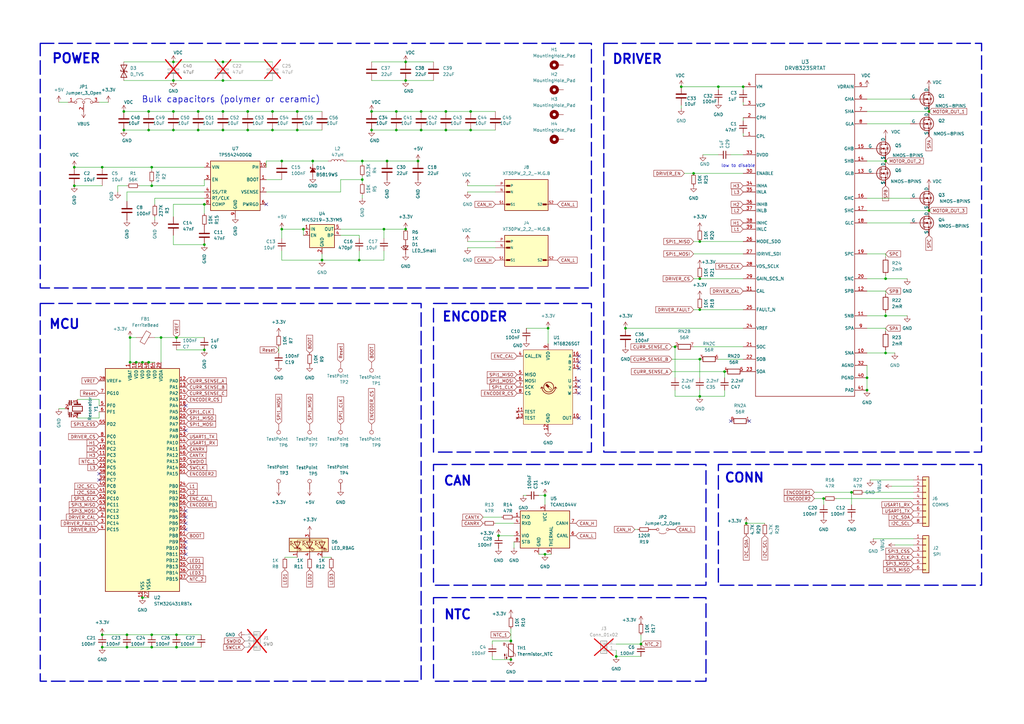
<source format=kicad_sch>
(kicad_sch (version 20250114) (generator "eeschema") (generator_version "9.0")
  (paper "A3")
  (title_block (title "FOC Driver Board") (company "Manh Ti"))
  (rectangle (start 177.8 190.5) (end 289.56 240.03) (stroke (width 0.508) (type dash)))
  (rectangle (start 16.51 17.78) (end 242.57 118.11) (stroke (width 0.508) (type dash)))
  (rectangle (start 177.8 245.11) (end 289.56 279.4) (stroke (width 0.508) (type dash)))
  (rectangle (start 247.65 17.78) (end 402.59 185.42) (stroke (width 0.508) (type dash)))
  (rectangle (start 177.8 124.46) (end 242.57 185.42) (stroke (width 0.508) (type dash)))
  (rectangle (start 294.64 190.5) (end 402.59 240.03) (stroke (width 0.508) (type dash)))
  (rectangle (start 16.51 124.46) (end 172.72 279.4) (stroke (width 0.508) (type dash)))
  (text "ENCODER" (at 181.102 130.048 0) (effects (font (size 3.81 3.81) (bold yes)) (justify left)))
  (text "Bulk capacitors (polymer or ceramic)" (at 94.742 40.894 0) (effects (font (size 2.54 2.54) (thickness 0.254) (bold yes))))
  (text "MCU" (at 26.416 133.096 0) (effects (font (size 3.81 3.81) (bold yes))))
  (text "NTC" (at 187.706 252.222 0) (effects (font (size 3.81 3.81) (bold yes))))
  (text "POWER\n" (at 31.242 24.13 0) (effects (font (size 3.81 3.81) (bold yes))))
  (text "low to disable" (at 302.768 68.072 0) (effects (font (size 1.27 1.27))))
  (text "DRIVER" (at 261.366 24.384 0) (effects (font (size 3.81 3.81) (bold yes))))
  (text "CAN" (at 187.706 197.358 0) (effects (font (size 3.81 3.81) (bold yes))))
  (text "CONN" (at 305.308 196.088 0) (effects (font (size 3.81 3.81) (bold yes))))
  (junction (at 166.37 93.98))
  (junction (at 53.34 138.43))
  (junction (at 50.8 53.34))
  (junction (at 287.02 99.06))
  (junction (at 128.27 66.04))
  (junction (at 363.22 114.3))
  (junction (at 158.75 66.04))
  (junction (at 223.52 203.2))
  (junction (at 30.48 76.2))
  (junction (at 166.37 25.4))
  (junction (at 381 86.36))
  (junction (at 62.23 260.35))
  (junction (at 62.23 265.43))
  (junction (at 60.96 53.34))
  (junction (at 162.56 53.34))
  (junction (at 60.96 45.72))
  (junction (at 363.22 129.54))
  (junction (at 304.8 35.56))
  (junction (at 71.12 33.02))
  (junction (at 287.02 127))
  (junction (at 172.72 45.72))
  (junction (at 152.4 53.34))
  (junction (at 157.48 93.98))
  (junction (at 101.6 45.72))
  (junction (at 66.04 138.43))
  (junction (at 204.47 219.71))
  (junction (at 148.59 73.66))
  (junction (at 152.4 45.72))
  (junction (at 162.56 45.72))
  (junction (at 111.76 45.72))
  (junction (at 83.82 143.51))
  (junction (at 306.07 214.63))
  (junction (at 148.59 66.04))
  (junction (at 41.91 265.43))
  (junction (at 209.55 270.51))
  (junction (at 381 45.72))
  (junction (at 182.88 45.72))
  (junction (at 166.37 33.02))
  (junction (at 52.07 260.35))
  (junction (at 171.45 66.04))
  (junction (at 41.91 260.35))
  (junction (at 62.23 68.58))
  (junction (at 30.48 68.58))
  (junction (at 101.6 53.34))
  (junction (at 287.02 162.56))
  (junction (at 193.04 53.34))
  (junction (at 363.22 144.78))
  (junction (at 172.72 53.34))
  (junction (at 83.82 83.82))
  (junction (at 363.22 66.04))
  (junction (at 72.39 265.43))
  (junction (at 60.96 148.59))
  (junction (at 276.86 142.24))
  (junction (at 115.57 93.98))
  (junction (at 71.12 25.4))
  (junction (at 121.92 45.72))
  (junction (at 91.44 25.4))
  (junction (at 81.28 45.72))
  (junction (at 287.02 147.32))
  (junction (at 147.32 106.68))
  (junction (at 294.64 35.56))
  (junction (at 193.04 45.72))
  (junction (at 223.52 227.33))
  (junction (at 337.82 204.47))
  (junction (at 297.18 152.4))
  (junction (at 124.46 93.98))
  (junction (at 256.54 134.62))
  (junction (at 262.89 264.16))
  (junction (at 62.23 76.2))
  (junction (at 349.25 201.93))
  (junction (at 52.07 265.43))
  (junction (at 115.57 66.04))
  (junction (at 91.44 33.02))
  (junction (at 121.92 53.34))
  (junction (at 71.12 45.72))
  (junction (at 53.34 148.59))
  (junction (at 55.88 148.59))
  (junction (at 284.48 71.12))
  (junction (at 58.42 148.59))
  (junction (at 224.79 134.62))
  (junction (at 279.4 35.56))
  (junction (at 252.73 269.24))
  (junction (at 355.6 160.02))
  (junction (at 111.76 53.34))
  (junction (at 81.28 53.34))
  (junction (at 83.82 100.33))
  (junction (at 91.44 53.34))
  (junction (at 41.91 68.58))
  (junction (at 72.39 260.35))
  (junction (at 71.12 53.34))
  (junction (at 91.44 45.72))
  (junction (at 287.02 114.3))
  (junction (at 209.55 262.89))
  (junction (at 58.42 245.11))
  (junction (at 50.8 45.72))
  (junction (at 132.08 106.68))
  (junction (at 355.6 154.94))
  (junction (at 72.39 138.43))
  (junction (at 182.88 53.34))
  (no_connect (at 237.49 156.21))
  (no_connect (at 237.49 171.45))
  (no_connect (at 76.2 212.09))
  (no_connect (at 76.2 214.63))
  (no_connect (at 237.49 146.05))
  (no_connect (at 76.2 176.53))
  (no_connect (at 237.49 158.75))
  (no_connect (at 76.2 217.17))
  (no_connect (at 40.64 194.31))
  (no_connect (at 76.2 166.37))
  (no_connect (at 237.49 148.59))
  (no_connect (at 76.2 224.79))
  (no_connect (at 237.49 151.13))
  (no_connect (at 40.64 196.85))
  (no_connect (at 237.49 161.29))
  (no_connect (at 307.34 172.72))
  (no_connect (at 299.72 172.72))
  (no_connect (at 109.22 83.82))
  (no_connect (at 76.2 227.33))
  (no_connect (at 76.2 209.55))
  (no_connect (at 76.2 222.25))
  (wire (pts (xy 115.57 106.68) (xy 132.08 106.68)))
  (wire (pts (xy 31.75 163.83) (xy 40.64 163.83)))
  (wire (pts (xy 72.39 143.51) (xy 83.82 143.51)))
  (wire (pts (xy 275.59 152.4) (xy 297.18 152.4)))
  (wire (pts (xy 162.56 53.34) (xy 172.72 53.34)))
  (wire (pts (xy 83.82 73.66) (xy 83.82 76.2)))
  (wire (pts (xy 81.28 53.34) (xy 91.44 53.34)))
  (wire (pts (xy 275.59 142.24) (xy 276.86 142.24)))
  (wire (pts (xy 111.76 53.34) (xy 121.92 53.34)))
  (wire (pts (xy 193.04 53.34) (xy 203.2 53.34)))
  (wire (pts (xy 139.7 96.52) (xy 147.32 96.52)))
  (wire (pts (xy 48.26 78.74) (xy 48.26 76.2)))
  (wire (pts (xy 72.39 265.43) (xy 82.55 265.43)))
  (wire (pts (xy 299.72 63.5) (xy 304.8 63.5)))
  (wire (pts (xy 71.12 100.33) (xy 83.82 100.33)))
  (wire (pts (xy 53.34 148.59) (xy 55.88 148.59)))
  (wire (pts (xy 223.52 203.2) (xy 223.52 207.01)))
  (wire (pts (xy 355.6 45.72) (xy 381 45.72)))
  (wire (pts (xy 252.73 266.7) (xy 252.73 269.24)))
  (wire (pts (xy 356.87 196.85) (xy 374.65 196.85)))
  (wire (pts (xy 30.48 76.2) (xy 41.91 76.2)))
  (wire (pts (xy 166.37 25.4) (xy 177.8 25.4)))
  (wire (pts (xy 287.02 99.06) (xy 284.48 99.06)))
  (wire (pts (xy 256.54 134.62) (xy 304.8 134.62)))
  (wire (pts (xy 72.39 260.35) (xy 82.55 260.35)))
  (wire (pts (xy 57.15 76.2) (xy 62.23 76.2)))
  (wire (pts (xy 294.64 35.56) (xy 304.8 35.56)))
  (wire (pts (xy 201.93 269.24) (xy 201.93 270.51)))
  (wire (pts (xy 91.44 53.34) (xy 101.6 53.34)))
  (wire (pts (xy 304.8 41.91) (xy 304.8 43.18)))
  (wire (pts (xy 280.67 71.12) (xy 284.48 71.12)))
  (wire (pts (xy 261.62 217.17) (xy 260.35 217.17)))
  (wire (pts (xy 363.22 104.14) (xy 363.22 105.41)))
  (wire (pts (xy 337.82 204.47) (xy 337.82 207.01)))
  (wire (pts (xy 191.77 76.2) (xy 203.2 76.2)))
  (wire (pts (xy 52.07 78.74) (xy 83.82 78.74)))
  (wire (pts (xy 279.4 35.56) (xy 294.64 35.56)))
  (wire (pts (xy 50.8 45.72) (xy 60.96 45.72)))
  (wire (pts (xy 152.4 53.34) (xy 162.56 53.34)))
  (wire (pts (xy 66.04 138.43) (xy 72.39 138.43)))
  (wire (pts (xy 63.5 138.43) (xy 66.04 138.43)))
  (wire (pts (xy 201.93 262.89) (xy 209.55 262.89)))
  (wire (pts (xy 142.24 66.04) (xy 148.59 66.04)))
  (wire (pts (xy 147.32 97.79) (xy 147.32 96.52)))
  (wire (pts (xy 214.63 203.2) (xy 215.9 203.2)))
  (wire (pts (xy 355.6 91.44) (xy 373.38 91.44)))
  (wire (pts (xy 287.02 147.32) (xy 287.02 154.94)))
  (wire (pts (xy 50.8 33.02) (xy 71.12 33.02)))
  (wire (pts (xy 355.6 149.86) (xy 355.6 154.94)))
  (wire (pts (xy 355.6 81.28) (xy 373.38 81.28)))
  (wire (pts (xy 62.23 76.2) (xy 83.82 76.2)))
  (wire (pts (xy 276.86 162.56) (xy 276.86 160.02)))
  (wire (pts (xy 132.08 106.68) (xy 147.32 106.68)))
  (wire (pts (xy 284.48 127) (xy 287.02 127)))
  (wire (pts (xy 355.6 144.78) (xy 363.22 144.78)))
  (wire (pts (xy 355.6 40.64) (xy 373.38 40.64)))
  (wire (pts (xy 209.55 257.81) (xy 209.55 262.89)))
  (wire (pts (xy 152.4 33.02) (xy 166.37 33.02)))
  (wire (pts (xy 304.8 35.56) (xy 304.8 36.83)))
  (wire (pts (xy 148.59 72.39) (xy 148.59 73.66)))
  (wire (pts (xy 139.7 93.98) (xy 157.48 93.98)))
  (wire (pts (xy 152.4 25.4) (xy 166.37 25.4)))
  (wire (pts (xy 191.77 99.06) (xy 203.2 99.06)))
  (wire (pts (xy 355.6 119.38) (xy 363.22 119.38)))
  (wire (pts (xy 91.44 33.02) (xy 111.76 33.02)))
  (wire (pts (xy 284.48 71.12) (xy 304.8 71.12)))
  (wire (pts (xy 355.6 86.36) (xy 381 86.36)))
  (wire (pts (xy 355.6 134.62) (xy 363.22 134.62)))
  (wire (pts (xy 262.89 260.35) (xy 262.89 264.16)))
  (wire (pts (xy 62.23 260.35) (xy 72.39 260.35)))
  (wire (pts (xy 128.27 66.04) (xy 134.62 66.04)))
  (wire (pts (xy 114.3 144.78) (xy 114.3 142.24)))
  (wire (pts (xy 50.8 25.4) (xy 71.12 25.4)))
  (wire (pts (xy 115.57 93.98) (xy 124.46 93.98)))
  (wire (pts (xy 252.73 264.16) (xy 262.89 264.16)))
  (wire (pts (xy 262.89 269.24) (xy 252.73 269.24)))
  (wire (pts (xy 40.64 168.91) (xy 40.64 171.45)))
  (wire (pts (xy 355.6 114.3) (xy 363.22 114.3)))
  (wire (pts (xy 121.92 45.72) (xy 132.08 45.72)))
  (wire (pts (xy 139.7 73.66) (xy 148.59 73.66)))
  (wire (pts (xy 62.23 69.85) (xy 62.23 68.58)))
  (wire (pts (xy 53.34 138.43) (xy 55.88 138.43)))
  (wire (pts (xy 367.03 144.78) (xy 363.22 144.78)))
  (wire (pts (xy 135.89 228.6) (xy 132.08 228.6)))
  (wire (pts (xy 223.52 227.33) (xy 226.06 227.33)))
  (wire (pts (xy 148.59 67.31) (xy 148.59 66.04)))
  (wire (pts (xy 363.22 119.38) (xy 363.22 120.65)))
  (wire (pts (xy 162.56 45.72) (xy 172.72 45.72)))
  (wire (pts (xy 115.57 102.87) (xy 115.57 106.68)))
  (wire (pts (xy 297.18 152.4) (xy 297.18 154.94)))
  (wire (pts (xy 355.6 50.8) (xy 373.38 50.8)))
  (wire (pts (xy 288.29 63.5) (xy 294.64 63.5)))
  (wire (pts (xy 53.34 138.43) (xy 53.34 148.59)))
  (wire (pts (xy 139.7 78.74) (xy 139.7 73.66)))
  (wire (pts (xy 287.02 162.56) (xy 297.18 162.56)))
  (wire (pts (xy 55.88 148.59) (xy 58.42 148.59)))
  (wire (pts (xy 115.57 97.79) (xy 115.57 93.98)))
  (wire (pts (xy 50.8 53.34) (xy 60.96 53.34)))
  (wire (pts (xy 41.91 68.58) (xy 62.23 68.58)))
  (wire (pts (xy 193.04 45.72) (xy 203.2 45.72)))
  (wire (pts (xy 147.32 106.68) (xy 157.48 106.68)))
  (wire (pts (xy 284.48 142.24) (xy 304.8 142.24)))
  (wire (pts (xy 287.02 99.06) (xy 304.8 99.06)))
  (wire (pts (xy 41.91 260.35) (xy 52.07 260.35)))
  (wire (pts (xy 132.08 104.14) (xy 132.08 106.68)))
  (wire (pts (xy 334.01 204.47) (xy 337.82 204.47)))
  (wire (pts (xy 354.33 201.93) (xy 374.65 201.93)))
  (wire (pts (xy 210.82 224.79) (xy 210.82 222.25)))
  (wire (pts (xy 91.44 45.72) (xy 101.6 45.72)))
  (wire (pts (xy 157.48 93.98) (xy 157.48 97.79)))
  (wire (pts (xy 294.64 35.56) (xy 294.64 36.83)))
  (wire (pts (xy 152.4 45.72) (xy 162.56 45.72)))
  (wire (pts (xy 220.98 227.33) (xy 223.52 227.33)))
  (wire (pts (xy 284.48 104.14) (xy 304.8 104.14)))
  (wire (pts (xy 287.02 127) (xy 304.8 127)))
  (wire (pts (xy 355.6 66.04) (xy 363.22 66.04)))
  (wire (pts (xy 109.22 66.04) (xy 115.57 66.04)))
  (wire (pts (xy 276.86 162.56) (xy 287.02 162.56)))
  (wire (pts (xy 172.72 53.34) (xy 182.88 53.34)))
  (wire (pts (xy 31.75 171.45) (xy 40.64 171.45)))
  (wire (pts (xy 30.48 68.58) (xy 41.91 68.58)))
  (wire (pts (xy 124.46 93.98) (xy 124.46 96.52)))
  (wire (pts (xy 306.07 214.63) (xy 313.69 214.63)))
  (wire (pts (xy 40.64 41.91) (xy 44.45 41.91)))
  (wire (pts (xy 363.22 129.54) (xy 363.22 128.27)))
  (wire (pts (xy 147.32 102.87) (xy 147.32 106.68)))
  (wire (pts (xy 349.25 207.01) (xy 349.25 201.93)))
  (wire (pts (xy 52.07 265.43) (xy 62.23 265.43)))
  (wire (pts (xy 334.01 201.93) (xy 349.25 201.93)))
  (wire (pts (xy 40.64 166.37) (xy 40.64 163.83)))
  (wire (pts (xy 148.59 66.04) (xy 158.75 66.04)))
  (wire (pts (xy 111.76 45.72) (xy 121.92 45.72)))
  (wire (pts (xy 157.48 93.98) (xy 166.37 93.98)))
  (wire (pts (xy 220.98 203.2) (xy 223.52 203.2)))
  (wire (pts (xy 71.12 88.9) (xy 71.12 83.82)))
  (wire (pts (xy 294.64 147.32) (xy 304.8 147.32)))
  (wire (pts (xy 191.77 78.74) (xy 203.2 78.74)))
  (wire (pts (xy 204.47 219.71) (xy 210.82 219.71)))
  (wire (pts (xy 71.12 45.72) (xy 81.28 45.72)))
  (wire (pts (xy 109.22 68.58) (xy 109.22 66.04)))
  (wire (pts (xy 41.91 265.43) (xy 52.07 265.43)))
  (wire (pts (xy 24.13 167.64) (xy 26.67 167.64)))
  (wire (pts (xy 63.5 81.28) (xy 63.5 83.82)))
  (wire (pts (xy 372.11 129.54) (xy 363.22 129.54)))
  (wire (pts (xy 224.79 134.62) (xy 224.79 140.97)))
  (wire (pts (xy 58.42 148.59) (xy 60.96 148.59)))
  (wire (pts (xy 304.8 54.61) (xy 304.8 55.88)))
  (wire (pts (xy 297.18 162.56) (xy 297.18 160.02)))
  (wire (pts (xy 276.86 142.24) (xy 276.86 154.94)))
  (wire (pts (xy 287.02 162.56) (xy 287.02 160.02)))
  (wire (pts (xy 157.48 102.87) (xy 157.48 106.68)))
  (wire (pts (xy 81.28 45.72) (xy 91.44 45.72)))
  (wire (pts (xy 284.48 114.3) (xy 287.02 114.3)))
  (wire (pts (xy 58.42 245.11) (xy 60.96 245.11)))
  (wire (pts (xy 121.92 53.34) (xy 132.08 53.34)))
  (wire (pts (xy 66.04 138.43) (xy 66.04 148.59)))
  (wire (pts (xy 358.14 220.98) (xy 374.65 220.98)))
  (wire (pts (xy 304.8 48.26) (xy 304.8 49.53)))
  (wire (pts (xy 71.12 53.34) (xy 81.28 53.34)))
  (wire (pts (xy 71.12 33.02) (xy 91.44 33.02)))
  (wire (pts (xy 71.12 25.4) (xy 91.44 25.4)))
  (wire (pts (xy 342.9 204.47) (xy 374.65 204.47)))
  (wire (pts (xy 24.13 41.91) (xy 27.94 41.91)))
  (wire (pts (xy 48.26 76.2) (xy 52.07 76.2)))
  (wire (pts (xy 72.39 138.43) (xy 83.82 138.43)))
  (wire (pts (xy 62.23 68.58) (xy 83.82 68.58)))
  (wire (pts (xy 201.93 270.51) (xy 209.55 270.51)))
  (wire (pts (xy 203.2 214.63) (xy 210.82 214.63)))
  (wire (pts (xy 201.93 264.16) (xy 201.93 262.89)))
  (wire (pts (xy 355.6 129.54) (xy 363.22 129.54)))
  (wire (pts (xy 52.07 82.55) (xy 52.07 78.74)))
  (wire (pts (xy 62.23 265.43) (xy 72.39 265.43)))
  (wire (pts (xy 182.88 53.34) (xy 193.04 53.34)))
  (wire (pts (xy 128.27 67.31) (xy 128.27 66.04)))
  (wire (pts (xy 172.72 45.72) (xy 182.88 45.72)))
  (wire (pts (xy 372.11 114.3) (xy 363.22 114.3)))
  (wire (pts (xy 115.57 66.04) (xy 128.27 66.04)))
  (wire (pts (xy 363.22 144.78) (xy 363.22 143.51)))
  (wire (pts (xy 191.77 101.6) (xy 203.2 101.6)))
  (wire (pts (xy 71.12 83.82) (xy 83.82 83.82)))
  (wire (pts (xy 182.88 45.72) (xy 193.04 45.72)))
  (wire (pts (xy 52.07 260.35) (xy 62.23 260.35)))
  (wire (pts (xy 367.03 223.52) (xy 374.65 223.52)))
  (wire (pts (xy 109.22 73.66) (xy 115.57 73.66)))
  (wire (pts (xy 166.37 33.02) (xy 177.8 33.02)))
  (wire (pts (xy 365.76 199.39) (xy 374.65 199.39)))
  (wire (pts (xy 148.59 73.66) (xy 148.59 74.93)))
  (wire (pts (xy 83.82 81.28) (xy 63.5 81.28)))
  (wire (pts (xy 60.96 45.72) (xy 71.12 45.72)))
  (wire (pts (xy 101.6 45.72) (xy 111.76 45.72)))
  (wire (pts (xy 60.96 148.59) (xy 63.5 148.59)))
  (wire (pts (xy 116.84 228.6) (xy 121.92 228.6)))
  (wire (pts (xy 355.6 154.94) (xy 355.6 160.02)))
  (wire (pts (xy 198.12 212.09) (xy 205.74 212.09)))
  (wire (pts (xy 60.96 53.34) (xy 71.12 53.34)))
  (wire (pts (xy 363.22 114.3) (xy 363.22 113.03)))
  (wire (pts (xy 275.59 147.32) (xy 287.02 147.32)))
  (wire (pts (xy 215.9 134.62) (xy 224.79 134.62)))
  (wire (pts (xy 287.02 114.3) (xy 304.8 114.3)))
  (wire (pts (xy 101.6 53.34) (xy 111.76 53.34)))
  (wire (pts (xy 83.82 83.82) (xy 83.82 87.63)))
  (wire (pts (xy 363.22 134.62) (xy 363.22 135.89)))
  (wire (pts (xy 109.22 78.74) (xy 139.7 78.74)))
  (wire (pts (xy 91.44 25.4) (xy 111.76 25.4)))
  (wire (pts (xy 62.23 76.2) (xy 62.23 74.93)))
  (wire (pts (xy 355.6 104.14) (xy 363.22 104.14)))
  (wire (pts (xy 158.75 66.04) (xy 171.45 66.04)))
  (wire (pts (xy 71.12 96.52) (xy 71.12 100.33)))
  (wire (pts (xy 279.4 43.18) (xy 279.4 44.45)))
  (wire (pts (xy 63.5 88.9) (xy 63.5 90.17)))
  (wire (pts (xy 148.59 81.28) (xy 148.59 80.01)))
  (global_label "LED1" (shape input) (at 76.2 229.87 0) (property "Intersheetrefs" "${INTERSHEET_REFS}" (effects (hide yes))))
  (global_label "CAN_H" (shape input) (at 203.2 106.68 180) (property "Intersheetrefs" "${INTERSHEET_REFS}" (effects (hide yes))))
  (global_label "SPI3_CSS" (shape input) (at 374.65 226.06 180) (property "Intersheetrefs" "${INTERSHEET_REFS}" (effects (hide yes))))
  (global_label "ENCODER1" (shape input) (at 334.01 201.93 180) (property "Intersheetrefs" "${INTERSHEET_REFS}" (effects (hide yes))))
  (global_label "SPI1_MOSI" (shape input) (at 284.48 104.14 180) (property "Intersheetrefs" "${INTERSHEET_REFS}" (effects (hide yes))))
  (global_label "USART1_TX" (shape input) (at 374.65 209.55 180) (property "Intersheetrefs" "${INTERSHEET_REFS}" (effects (hide yes))))
  (global_label "SPI1_CLK" (shape input) (at 76.2 168.91 0) (property "Intersheetrefs" "${INTERSHEET_REFS}" (effects (hide yes))))
  (global_label "I2C_SDA" (shape input) (at 374.65 212.09 180) (property "Intersheetrefs" "${INTERSHEET_REFS}" (effects (hide yes))))
  (global_label "SPI3_MISO" (shape input) (at 374.65 233.68 180) (property "Intersheetrefs" "${INTERSHEET_REFS}" (effects (hide yes))))
  (global_label "SPC" (shape input) (at 381 96.52 270) (property "Intersheetrefs" "${INTERSHEET_REFS}" (effects (hide yes))))
  (global_label "L2" (shape input) (at 76.2 201.93 0) (property "Intersheetrefs" "${INTERSHEET_REFS}" (effects (hide yes))))
  (global_label "CANRX" (shape input) (at 198.12 214.63 180) (property "Intersheetrefs" "${INTERSHEET_REFS}" (effects (hide yes))))
  (global_label "NTC_2" (shape input) (at 76.2 237.49 0) (property "Intersheetrefs" "${INTERSHEET_REFS}" (effects (hide yes))))
  (global_label "SPI1_MOSI" (shape input) (at 114.3 173.99 90) (property "Intersheetrefs" "${INTERSHEET_REFS}" (effects (hide yes))))
  (global_label "CAN_L" (shape input) (at 236.22 219.71 0) (property "Intersheetrefs" "${INTERSHEET_REFS}" (effects (hide yes))))
  (global_label "VREF" (shape input) (at 72.39 138.43 90) (property "Intersheetrefs" "${INTERSHEET_REFS}" (effects (hide yes))))
  (global_label "L3" (shape input) (at 40.64 191.77 180) (property "Intersheetrefs" "${INTERSHEET_REFS}" (effects (hide yes))))
  (global_label "L2" (shape input) (at 304.8 86.36 180) (property "Intersheetrefs" "${INTERSHEET_REFS}" (effects (hide yes))))
  (global_label "DRIVER_CS" (shape input) (at 284.48 114.3 180) (property "Intersheetrefs" "${INTERSHEET_REFS}" (effects (hide yes))))
  (global_label "NTC_1" (shape input) (at 209.55 260.35 180) (property "Intersheetrefs" "${INTERSHEET_REFS}" (effects (hide yes))))
  (global_label "DRIVER_CAL" (shape input) (at 40.64 212.09 180) (property "Intersheetrefs" "${INTERSHEET_REFS}" (effects (hide yes))))
  (global_label "MOTOR_OUT_1" (shape input) (at 381 45.72 0) (property "Intersheetrefs" "${INTERSHEET_REFS}" (effects (hide yes))))
  (global_label "L1" (shape input) (at 304.8 93.98 180) (property "Intersheetrefs" "${INTERSHEET_REFS}" (effects (hide yes))))
  (global_label "SPA" (shape input) (at 363.22 134.62 0) (property "Intersheetrefs" "${INTERSHEET_REFS}" (effects (hide yes))))
  (global_label "SWDIO" (shape input) (at 100.33 262.89 180) (property "Intersheetrefs" "${INTERSHEET_REFS}" (effects (hide yes))))
  (global_label "ENCODER_CS" (shape input) (at 212.09 161.29 180) (property "Intersheetrefs" "${INTERSHEET_REFS}" (effects (hide yes))))
  (global_label "ENCODER2" (shape input) (at 76.2 194.31 0) (property "Intersheetrefs" "${INTERSHEET_REFS}" (effects (hide yes))))
  (global_label "H3" (shape input) (at 40.64 186.69 180) (property "Intersheetrefs" "${INTERSHEET_REFS}" (effects (hide yes))))
  (global_label "H1" (shape input) (at 304.8 91.44 180) (property "Intersheetrefs" "${INTERSHEET_REFS}" (effects (hide yes))))
  (global_label "SWDIO" (shape input) (at 76.2 189.23 0) (property "Intersheetrefs" "${INTERSHEET_REFS}" (effects (hide yes))))
  (global_label "CURR_SENSE_C" (shape input) (at 76.2 161.29 0) (property "Intersheetrefs" "${INTERSHEET_REFS}" (effects (hide yes))))
  (global_label "ENCODER_CS" (shape input) (at 76.2 163.83 0) (property "Intersheetrefs" "${INTERSHEET_REFS}" (effects (hide yes))))
  (global_label "BOOT" (shape input) (at 76.2 219.71 0) (property "Intersheetrefs" "${INTERSHEET_REFS}" (effects (hide yes))))
  (global_label "CURR_SENSE_C" (shape input) (at 275.59 142.24 180) (property "Intersheetrefs" "${INTERSHEET_REFS}" (effects (hide yes))))
  (global_label "CURR_SENSE_A" (shape input) (at 76.2 156.21 0) (property "Intersheetrefs" "${INTERSHEET_REFS}" (effects (hide yes))))
  (global_label "ENCODER1" (shape input) (at 76.2 207.01 0) (property "Intersheetrefs" "${INTERSHEET_REFS}" (effects (hide yes))))
  (global_label "CURR_SENSE_B" (shape input) (at 275.59 147.32 180) (property "Intersheetrefs" "${INTERSHEET_REFS}" (effects (hide yes))))
  (global_label "SPI1_CLK" (shape input) (at 212.09 158.75 180) (property "Intersheetrefs" "${INTERSHEET_REFS}" (effects (hide yes))))
  (global_label "SPI3_CLK" (shape input) (at 374.65 228.6 180) (property "Intersheetrefs" "${INTERSHEET_REFS}" (effects (hide yes))))
  (global_label "LED1" (shape input) (at 116.84 233.68 270) (property "Intersheetrefs" "${INTERSHEET_REFS}" (effects (hide yes))))
  (global_label "SPI3_MISO" (shape input) (at 40.64 207.01 180) (property "Intersheetrefs" "${INTERSHEET_REFS}" (effects (hide yes))))
  (global_label "USART1_RX" (shape input) (at 76.2 181.61 0) (property "Intersheetrefs" "${INTERSHEET_REFS}" (effects (hide yes))))
  (global_label "DRIVER_FAULT" (shape input) (at 284.48 127 180) (property "Intersheetrefs" "${INTERSHEET_REFS}" (effects (hide yes))))
  (global_label "H1" (shape input) (at 40.64 181.61 180) (property "Intersheetrefs" "${INTERSHEET_REFS}" (effects (hide yes))))
  (global_label "CAN_H" (shape input) (at 203.2 83.82 180) (property "Intersheetrefs" "${INTERSHEET_REFS}" (effects (hide yes))))
  (global_label "SPI1_MISO" (shape input) (at 212.09 153.67 180) (property "Intersheetrefs" "${INTERSHEET_REFS}" (effects (hide yes))))
  (global_label "Reset" (shape input) (at 114.3 143.51 180) (property "Intersheetrefs" "${INTERSHEET_REFS}" (effects (hide yes))))
  (global_label "SWCLK" (shape input) (at 76.2 191.77 0) (property "Intersheetrefs" "${INTERSHEET_REFS}" (effects (hide yes))))
  (global_label "ENCODER2" (shape input) (at 334.01 204.47 180) (property "Intersheetrefs" "${INTERSHEET_REFS}" (effects (hide yes))))
  (global_label "CURR_SENSE_A" (shape input) (at 275.59 152.4 180) (property "Intersheetrefs" "${INTERSHEET_REFS}" (effects (hide yes))))
  (global_label "Reset" (shape input) (at 139.7 148.59 90) (property "Intersheetrefs" "${INTERSHEET_REFS}" (effects (hide yes))))
  (global_label "CAN_L" (shape input) (at 228.6 83.82 0) (property "Intersheetrefs" "${INTERSHEET_REFS}" (effects (hide yes))))
  (global_label "CANRX" (shape input) (at 76.2 184.15 0) (property "Intersheetrefs" "${INTERSHEET_REFS}" (effects (hide yes))))
  (global_label "SPI3_MOSI" (shape input) (at 374.65 231.14 180) (property "Intersheetrefs" "${INTERSHEET_REFS}" (effects (hide yes))))
  (global_label "ENC_CAL" (shape input) (at 76.2 204.47 0) (property "Intersheetrefs" "${INTERSHEET_REFS}" (effects (hide yes))))
  (global_label "CANTX" (shape input) (at 198.12 212.09 180) (property "Intersheetrefs" "${INTERSHEET_REFS}" (effects (hide yes))))
  (global_label "SPB" (shape input) (at 363.22 119.38 0) (property "Intersheetrefs" "${INTERSHEET_REFS}" (effects (hide yes))))
  (global_label "LED3" (shape input) (at 76.2 234.95 0) (property "Intersheetrefs" "${INTERSHEET_REFS}" (effects (hide yes))))
  (global_label "SPC" (shape input) (at 363.22 104.14 0) (property "Intersheetrefs" "${INTERSHEET_REFS}" (effects (hide yes))))
  (global_label "H2" (shape input) (at 304.8 83.82 180) (property "Intersheetrefs" "${INTERSHEET_REFS}" (effects (hide yes))))
  (global_label "I2C_SCL" (shape input) (at 374.65 214.63 180) (property "Intersheetrefs" "${INTERSHEET_REFS}" (effects (hide yes))))
  (global_label "MOTOR_OUT_2" (shape input) (at 363.22 66.04 0) (property "Intersheetrefs" "${INTERSHEET_REFS}" (effects (hide yes))))
  (global_label "SPI1_MISO" (shape input) (at 284.48 99.06 180) (property "Intersheetrefs" "${INTERSHEET_REFS}" (effects (hide yes))))
  (global_label "BOOT" (shape input) (at 127 144.78 90) (property "Intersheetrefs" "${INTERSHEET_REFS}" (effects (hide yes))))
  (global_label "USART1_TX" (shape input) (at 76.2 179.07 0) (property "Intersheetrefs" "${INTERSHEET_REFS}" (effects (hide yes))))
  (global_label "SPI1_CLK" (shape input) (at 139.7 173.99 90) (property "Intersheetrefs" "${INTERSHEET_REFS}" (effects (hide yes))))
  (global_label "DRIVER_EN" (shape input) (at 40.64 217.17 180) (property "Intersheetrefs" "${INTERSHEET_REFS}" (effects (hide yes))))
  (global_label "SWCLK" (shape input) (at 100.33 265.43 180) (property "Intersheetrefs" "${INTERSHEET_REFS}" (effects (hide yes))))
  (global_label "SPA" (shape input) (at 381 55.88 270) (property "Intersheetrefs" "${INTERSHEET_REFS}" (effects (hide yes))))
  (global_label "SPI3_MOSI" (shape input) (at 40.64 209.55 180) (property "Intersheetrefs" "${INTERSHEET_REFS}" (effects (hide yes))))
  (global_label "CAN_H" (shape input) (at 236.22 214.63 0) (property "Intersheetrefs" "${INTERSHEET_REFS}" (effects (hide yes))))
  (global_label "MOTOR_OUT_3" (shape input) (at 381 86.36 0) (property "Intersheetrefs" "${INTERSHEET_REFS}" (effects (hide yes))))
  (global_label "SPI3_CLK" (shape input) (at 40.64 204.47 180) (property "Intersheetrefs" "${INTERSHEET_REFS}" (effects (hide yes))))
  (global_label "DRIVER_EN" (shape input) (at 280.67 71.12 180) (property "Intersheetrefs" "${INTERSHEET_REFS}" (effects (hide yes))))
  (global_label "L1" (shape input) (at 76.2 199.39 0) (property "Intersheetrefs" "${INTERSHEET_REFS}" (effects (hide yes))))
  (global_label "NTC_2" (shape input) (at 262.89 264.16 0) (property "Intersheetrefs" "${INTERSHEET_REFS}" (effects (hide yes))))
  (global_label "I2C_SCL" (shape input) (at 40.64 199.39 180) (property "Intersheetrefs" "${INTERSHEET_REFS}" (effects (hide yes))))
  (global_label "H2" (shape input) (at 40.64 184.15 180) (property "Intersheetrefs" "${INTERSHEET_REFS}" (effects (hide yes))))
  (global_label "SPI1_CLK" (shape input) (at 304.8 109.22 180) (property "Intersheetrefs" "${INTERSHEET_REFS}" (effects (hide yes))))
  (global_label "L3" (shape input) (at 304.8 78.74 180) (property "Intersheetrefs" "${INTERSHEET_REFS}" (effects (hide yes))))
  (global_label "CAN_L" (shape input) (at 228.6 106.68 0) (property "Intersheetrefs" "${INTERSHEET_REFS}" (effects (hide yes))))
  (global_label "SPB" (shape input) (at 363.22 76.2 270) (property "Intersheetrefs" "${INTERSHEET_REFS}" (effects (hide yes))))
  (global_label "NTC_1" (shape input) (at 40.64 189.23 180) (property "Intersheetrefs" "${INTERSHEET_REFS}" (effects (hide yes))))
  (global_label "SPI1_MISO" (shape input) (at 127 173.99 90) (property "Intersheetrefs" "${INTERSHEET_REFS}" (effects (hide yes))))
  (global_label "CANTX" (shape input) (at 76.2 186.69 0) (property "Intersheetrefs" "${INTERSHEET_REFS}" (effects (hide yes))))
  (global_label "LED2" (shape input) (at 76.2 232.41 0) (property "Intersheetrefs" "${INTERSHEET_REFS}" (effects (hide yes))))
  (global_label "ENCODER_CS" (shape input) (at 152.4 173.99 90) (property "Intersheetrefs" "${INTERSHEET_REFS}" (effects (hide yes))))
  (global_label "LED3" (shape input) (at 135.89 233.68 270) (property "Intersheetrefs" "${INTERSHEET_REFS}" (effects (hide yes))))
  (global_label "ENC_CAL" (shape input) (at 212.09 146.05 180) (property "Intersheetrefs" "${INTERSHEET_REFS}" (effects (hide yes))))
  (global_label "SPI3_CSS" (shape input) (at 40.64 173.99 180) (property "Intersheetrefs" "${INTERSHEET_REFS}" (effects (hide yes))))
  (global_label "SPI1_MOSI" (shape input) (at 76.2 173.99 0) (property "Intersheetrefs" "${INTERSHEET_REFS}" (effects (hide yes))))
  (global_label "SPI1_MOSI" (shape input) (at 212.09 156.21 180) (property "Intersheetrefs" "${INTERSHEET_REFS}" (effects (hide yes))))
  (global_label "BOOT" (shape input) (at 152.4 148.59 90) (property "Intersheetrefs" "${INTERSHEET_REFS}" (effects (hide yes))))
  (global_label "H3" (shape input) (at 304.8 76.2 180) (property "Intersheetrefs" "${INTERSHEET_REFS}" (effects (hide yes))))
  (global_label "SPI1_MISO" (shape input) (at 76.2 171.45 0) (property "Intersheetrefs" "${INTERSHEET_REFS}" (effects (hide yes))))
  (global_label "Reset" (shape input) (at 40.64 161.29 180) (property "Intersheetrefs" "${INTERSHEET_REFS}" (effects (hide yes))))
  (global_label "I2C_SDA" (shape input) (at 40.64 201.93 180) (property "Intersheetrefs" "${INTERSHEET_REFS}" (effects (hide yes))))
  (global_label "I2C_SDA" (shape input) (at 306.07 219.71 270) (property "Intersheetrefs" "${INTERSHEET_REFS}" (effects (hide yes))))
  (global_label "DRIVER_FAULT" (shape input) (at 40.64 214.63 180) (property "Intersheetrefs" "${INTERSHEET_REFS}" (effects (hide yes))))
  (global_label "DRIVER_CAL" (shape input) (at 304.8 119.38 180) (property "Intersheetrefs" "${INTERSHEET_REFS}" (effects (hide yes))))
  (global_label "USART1_RX" (shape input) (at 374.65 207.01 180) (property "Intersheetrefs" "${INTERSHEET_REFS}" (effects (hide yes))))
  (global_label "CAN_H" (shape input) (at 260.35 217.17 180) (property "Intersheetrefs" "${INTERSHEET_REFS}" (effects (hide yes))))
  (global_label "DRIVER_CS" (shape input) (at 40.64 179.07 180) (property "Intersheetrefs" "${INTERSHEET_REFS}" (effects (hide yes))))
  (global_label "CAN_L" (shape input) (at 276.86 217.17 0) (property "Intersheetrefs" "${INTERSHEET_REFS}" (effects (hide yes))))
  (global_label "CURR_SENSE_B" (shape input) (at 76.2 158.75 0) (property "Intersheetrefs" "${INTERSHEET_REFS}" (effects (hide yes))))
  (global_label "LED2" (shape input) (at 127 233.68 270) (property "Intersheetrefs" "${INTERSHEET_REFS}" (effects (hide yes))))
  (global_label "I2C_SCL" (shape input) (at 313.69 219.71 270) (property "Intersheetrefs" "${INTERSHEET_REFS}" (effects (hide yes))))
  (global_label "VREF" (shape input) (at 40.64 156.21 180) (property "Intersheetrefs" "${INTERSHEET_REFS}" (effects (hide yes))))
  (symbol (lib_id "Device:C_Small") (at 62.23 262.89 0) (mirror y) (unit 1)
    (property "Reference" "C24" (at 59.69 261.6262 0) (effects (justify left)))
    (property "Value" "100nF" (at 59.69 264.1662 0) (effects (justify left)))
    (property "Footprint" "Capacitor_SMD:C_0603_1608Metric" (effects (hide yes)))
    (property "Description" "Unpolarized capacitor, small symbol" (effects (hide yes)))
  )
  (symbol (lib_id "Device:C_Small") (at 287.02 157.48 0) (mirror x) (unit 1)
    (property "Reference" "C35" (at 289.56 158.7438 0) (effects (justify left)))
    (property "Value" "2.2nF" (at 289.56 156.2038 0) (effects (justify left)))
    (property "Footprint" "Capacitor_SMD:C_0603_1608Metric" (effects (hide yes)))
    (property "Description" "Unpolarized capacitor, small symbol" (effects (hide yes)))
  )
  (symbol (lib_id "Device:R_Small") (at 148.59 77.47 0) (mirror x) (unit 1)
    (property "Reference" "R5" (at 153.67 77.47 90))
    (property "Value" "10K" (at 151.13 77.47 90))
    (property "Footprint" "Resistor_SMD:R_0603_1608Metric" (effects (hide yes)))
    (property "Description" "Resistor, small symbol" (effects (hide yes)))
  )
  (symbol (lib_id "Device:FerriteBead") (at 59.69 138.43 90) (unit 1)
    (property "Reference" "FB1" (at 59.6392 130.81 90))
    (property "Value" "FerriteBead" (at 59.6392 133.35 90))
    (property "Footprint" "Inductor_SMD:L_0603_1608Metric" (effects (hide yes)))
    (property "Description" "Ferrite bead" (effects (hide yes)))
  )
  (symbol (lib_id "Connector_Generic:Conn_01x02") (at 247.65 266.7 180) (unit 1) (in_bom no) (dnp yes)
    (property "Reference" "J3" (at 247.65 257.81 0))
    (property "Value" "Conn_01x02" (at 247.65 260.35 0))
    (property "Footprint" "Connector_PinHeader_2.00mm:PinHeader_1x02_P2.00mm_Vertical" (effects (hide yes)))
    (property "Description" "Generic connector, single row, 01x02, script generated (kicad-library-utils/schlib/autogen/connector/)" (effects (hide yes)))
  )
  (symbol (lib_id "power:GND") (at 152.4 53.34 0) (unit 1)
    (property "Reference" "#PWR081" (effects (hide yes)))
    (property "Value" "GND" (at 155.702 57.658 0) (effects (justify right)))
    (property "Description" "Power symbol creates a global label with name \"GND\" , ground" (effects (hide yes)))
  )
  (symbol (lib_id "power:GND") (at 204.47 224.79 0) (unit 1)
    (property "Reference" "#PWR056" (effects (hide yes)))
    (property "Value" "GND" (at 204.47 229.87 0))
    (property "Description" "Power symbol creates a global label with name \"GND\" , ground" (effects (hide yes)))
  )
  (symbol (lib_id "Device:C_Small") (at 304.8 52.07 0) (mirror y) (unit 1)
    (property "Reference" "C1" (at 302.26 50.8062 0) (effects (justify left)))
    (property "Value" "47nF" (at 302.26 53.3462 0) (effects (justify left)))
    (property "Footprint" "Capacitor_SMD:C_0603_1608Metric" (effects (hide yes)))
    (property "Description" "Unpolarized capacitor, small symbol" (effects (hide yes)))
  )
  (symbol (lib_id "power:GND") (at 224.79 176.53 0) (unit 1)
    (property "Reference" "#PWR018" (effects (hide yes)))
    (property "Value" "GND" (at 224.79 181.61 0))
    (property "Description" "Power symbol creates a global label with name \"GND\" , ground" (effects (hide yes)))
  )
  (symbol (lib_id "power:GND") (at 256.54 142.24 0) (unit 1)
    (property "Reference" "#PWR078" (effects (hide yes)))
    (property "Value" "GND" (at 256.54 147.32 0))
    (property "Description" "Power symbol creates a global label with name \"GND\" , ground" (effects (hide yes)))
  )
  (symbol (lib_id "Device:C") (at 121.92 49.53 180) (unit 1)
    (property "Reference" "C55" (at 124.714 48.26 0) (effects (justify right)))
    (property "Value" "10uF" (at 123.698 50.546 0) (effects (justify right)))
    (property "Footprint" "Capacitor_SMD:C_1206_3216Metric" (effects (hide yes)))
    (property "Description" "Unpolarized capacitor" (effects (hide yes)))
  )
  (symbol (lib_id "TiManh:NMOS-8PINS") (at 379.73 50.8 0) (unit 1)
    (property "Reference" "Q2" (at 384.81 49.5299 0) (effects (justify left)))
    (property "Value" "NMOS-8PINS" (at 382.778 54.864 0) (effects (justify left)))
    (property "Footprint" "Package_DFN_QFN:PQFN-8-EP_6x5mm_P1.27mm_Generic" (effects (hide yes)))
  )
  (symbol (lib_id "Device:R_Small") (at 62.23 72.39 0) (mirror x) (unit 1)
    (property "Reference" "R2" (at 67.31 72.39 90))
    (property "Value" "470K" (at 64.77 72.39 90))
    (property "Footprint" "Resistor_SMD:R_0603_1608Metric" (effects (hide yes)))
    (property "Description" "Resistor, small symbol" (effects (hide yes)))
  )
  (symbol (lib_id "Mechanical:MountingHole_Pad") (at 228.6 57.15 90) (unit 1) (in_bom no)
    (property "Reference" "H4" (at 227.33 50.8 90))
    (property "Value" "MountingHole_Pad" (at 227.33 53.34 90))
    (property "Footprint" "MountingHole:MountingHole_3.2mm_M3_Pad_Via" (effects (hide yes)))
    (property "Description" "Mounting Hole with connection" (effects (hide yes)))
  )
  (symbol (lib_id "power:GND") (at 24.13 167.64 0) (unit 1)
    (property "Reference" "#PWR07" (effects (hide yes)))
    (property "Value" "GND" (at 24.1301 171.45 90) (effects (justify right)))
    (property "Description" "Power symbol creates a global label with name \"GND\" , ground" (effects (hide yes)))
  )
  (symbol (lib_id "Device:R_Small") (at 262.89 257.81 0) (mirror x) (unit 1)
    (property "Reference" "R17" (at 267.97 257.81 90))
    (property "Value" "10K" (at 265.43 257.81 90))
    (property "Footprint" "Resistor_SMD:R_0603_1608Metric" (effects (hide yes)))
    (property "Description" "Resistor, small symbol" (effects (hide yes)))
  )
  (symbol (lib_id "power:VDC") (at 381 76.2 0) (mirror y) (unit 1)
    (property "Reference" "#PWR068" (effects (hide yes)))
    (property "Value" "VDC" (at 386.334 74.422 0) (effects (justify left)))
    (property "Description" "Power symbol creates a global label with name \"VDC\"" (effects (hide yes)))
  )
  (symbol (lib_id "Device:C") (at 152.4 29.21 180) (unit 1)
    (property "Reference" "C37" (at 156.21 27.9399 0) (effects (justify right)))
    (property "Value" "22uF" (at 156.21 30.4799 0) (effects (justify right)))
    (property "Footprint" "Capacitor_SMD:C_0805_2012Metric" (effects (hide yes)))
    (property "Description" "Unpolarized capacitor" (effects (hide yes)))
  )
  (symbol (lib_id "power:GND") (at 83.82 100.33 0) (unit 1)
    (property "Reference" "#PWR015" (effects (hide yes)))
    (property "Value" "GND" (at 83.8201 104.14 90) (effects (justify right)))
    (property "Description" "Power symbol creates a global label with name \"GND\" , ground" (effects (hide yes)))
  )
  (symbol (lib_id "power:GND") (at 100.33 260.35 270) (unit 1)
    (property "Reference" "#PWR027" (effects (hide yes)))
    (property "Value" "GND" (at 96.52 260.3499 90) (effects (justify right)))
    (property "Description" "Power symbol creates a global label with name \"GND\" , ground" (effects (hide yes)))
  )
  (symbol (lib_id "power:GND") (at 139.7 200.66 0) (unit 1)
    (property "Reference" "#PWR064" (effects (hide yes)))
    (property "Value" "GND" (at 139.7 205.994 0))
    (property "Description" "Power symbol creates a global label with name \"GND\" , ground" (effects (hide yes)))
  )
  (symbol (lib_id "power:GND") (at 48.26 78.74 0) (unit 1)
    (property "Reference" "#PWR08" (effects (hide yes)))
    (property "Value" "GND" (at 45.72 78.486 90) (effects (justify right)))
    (property "Description" "Power symbol creates a global label with name \"GND\" , ground" (effects (hide yes)))
  )
  (symbol (lib_id "power:VDC") (at 50.8 45.72 0) (unit 1)
    (property "Reference" "#PWR085" (effects (hide yes)))
    (property "Value" "VDC" (at 50.8001 41.91 0) (effects (justify left)))
    (property "Description" "Power symbol creates a global label with name \"VDC\"" (effects (hide yes)))
  )
  (symbol (lib_id "Device:C_Polarized") (at 71.12 29.21 0) (unit 1) (dnp yes)
    (property "Reference" "C40" (at 74.93 27.0509 0) (effects (justify left)))
    (property "Value" "47uF" (at 74.93 29.5909 0) (effects (justify left)))
    (property "Footprint" "Capacitor_SMD:CP_Elec_6.3x5.9" (effects (hide yes)))
    (property "Description" "Polarized capacitor" (effects (hide yes)))
  )
  (symbol (lib_id "TiManh:NMOS-8PINS") (at 379.73 81.28 0) (unit 1)
    (property "Reference" "Q3" (at 384.81 80.0099 0) (effects (justify left)))
    (property "Value" "NMOS-8PINS" (at 385.318 82.55 0) (effects (justify left)))
    (property "Footprint" "Package_DFN_QFN:PQFN-8-EP_6x5mm_P1.27mm_Generic" (effects (hide yes)))
  )
  (symbol (lib_id "Regulator_Linear:MIC5219-3.3YM5") (at 132.08 96.52 0) (unit 1)
    (property "Reference" "U4" (at 132.08 87.63 0))
    (property "Value" "MIC5219-3.3YM5" (at 132.08 90.17 0))
    (property "Footprint" "Package_TO_SOT_SMD:SOT-23-5" (effects (hide yes)))
    (property "Datasheet" "http://ww1.microchip.com/downloads/en/DeviceDoc/MIC5219-500mA-Peak-Output-LDO-Regulator-DS20006021A.pdf" (effects (hide yes)))
    (property "Description" "500mA low dropout linear regulator, fixed 3.3V output, SOT-23-5" (effects (hide yes)))
  )
  (symbol (lib_id "Device:R_Small") (at 127 231.14 180) (unit 1)
    (property "Reference" "R11" (at 124.46 232.4101 0) (effects (justify left)))
    (property "Value" "1K" (at 124.46 229.8701 0) (effects (justify left)))
    (property "Footprint" "Resistor_SMD:R_0603_1608Metric" (effects (hide yes)))
    (property "Description" "Resistor, small symbol" (effects (hide yes)))
  )
  (symbol (lib_id "power:GND") (at 214.63 203.2 0) (unit 1)
    (property "Reference" "#PWR061" (effects (hide yes)))
    (property "Value" "GND" (at 214.63 208.28 0))
    (property "Description" "Power symbol creates a global label with name \"GND\" , ground" (effects (hide yes)))
  )
  (symbol (lib_id "Device:C") (at 71.12 92.71 180) (unit 1)
    (property "Reference" "C14" (at 74.93 91.4399 0) (effects (justify right)))
    (property "Value" "47nF" (at 74.93 93.9799 0) (effects (justify right)))
    (property "Footprint" "Capacitor_SMD:C_0603_1608Metric" (effects (hide yes)))
    (property "Description" "Unpolarized capacitor" (effects (hide yes)))
  )
  (symbol (lib_id "Device:R") (at 363.22 109.22 0) (unit 1)
    (property "Reference" "R24" (at 365.76 107.9499 0) (effects (justify left)))
    (property "Value" "2mR" (at 365.76 110.4899 0) (effects (justify left)))
    (property "Footprint" "Resistor_SMD:R_2512_6332Metric" (effects (hide yes)))
    (property "Description" "Resistor" (effects (hide yes)))
  )
  (symbol (lib_id "Device:C") (at 41.91 72.39 180) (unit 1)
    (property "Reference" "C5" (at 45.72 71.1199 0) (effects (justify right)))
    (property "Value" "10uF" (at 45.72 73.6599 0) (effects (justify right)))
    (property "Footprint" "Capacitor_SMD:C_1206_3216Metric" (effects (hide yes)))
    (property "Description" "Unpolarized capacitor" (effects (hide yes)))
  )
  (symbol (lib_id "Device:R_Small") (at 114.3 139.7 0) (mirror x) (unit 1)
    (property "Reference" "R7" (at 119.38 139.7 90))
    (property "Value" "10K" (at 116.84 139.7 90))
    (property "Footprint" "Resistor_SMD:R_0603_1608Metric" (effects (hide yes)))
    (property "Description" "Resistor, small symbol" (effects (hide yes)))
  )
  (symbol (lib_id "Device:R_Small") (at 63.5 86.36 0) (mirror x) (unit 1)
    (property "Reference" "R3" (at 68.58 86.36 90))
    (property "Value" "237K" (at 66.04 86.36 90))
    (property "Footprint" "Resistor_SMD:R_0603_1608Metric" (effects (hide yes)))
    (property "Description" "Resistor, small symbol" (effects (hide yes)))
  )
  (symbol (lib_id "Device:R_Small") (at 135.89 231.14 180) (unit 1)
    (property "Reference" "R12" (at 133.35 232.4101 0) (effects (justify left)))
    (property "Value" "1K" (at 133.35 229.8701 0) (effects (justify left)))
    (property "Footprint" "Resistor_SMD:R_0603_1608Metric" (effects (hide yes)))
    (property "Description" "Resistor, small symbol" (effects (hide yes)))
  )
  (symbol (lib_id "power:GND") (at 96.52 88.9 0) (unit 1)
    (property "Reference" "#PWR013" (effects (hide yes)))
    (property "Value" "GND" (at 96.5201 92.71 90) (effects (justify right)))
    (property "Description" "Power symbol creates a global label with name \"GND\" , ground" (effects (hide yes)))
  )
  (symbol (lib_id "Device:C") (at 115.57 69.85 180) (unit 1)
    (property "Reference" "C15" (at 119.38 68.5799 0) (effects (justify right)))
    (property "Value" "100nF" (at 119.38 71.1199 0) (effects (justify right)))
    (property "Footprint" "Capacitor_SMD:C_0603_1608Metric" (effects (hide yes)))
    (property "Description" "Unpolarized capacitor" (effects (hide yes)))
  )
  (symbol (lib_id "power:GND") (at 71.12 33.02 0) (unit 1)
    (property "Reference" "#PWR044" (effects (hide yes)))
    (property "Value" "GND" (at 73.152 37.338 0) (effects (justify right)))
    (property "Description" "Power symbol creates a global label with name \"GND\" , ground" (effects (hide yes)))
  )
  (symbol (lib_id "power:+3.3V") (at 166.37 93.98 0) (unit 1)
    (property "Reference" "#PWR023" (effects (hide yes)))
    (property "Value" "+3.3V" (at 166.37 88.9 0))
    (property "Description" "Power symbol creates a global label with name \"+3.3V\"" (effects (hide yes)))
  )
  (symbol (lib_id "power:GND") (at 58.42 245.11 0) (unit 1)
    (property "Reference" "#PWR028" (effects (hide yes)))
    (property "Value" "GND" (at 58.42 250.19 0))
    (property "Description" "Power symbol creates a global label with name \"GND\" , ground" (effects (hide yes)))
  )
  (symbol (lib_id "Device:C_Small") (at 83.82 140.97 0) (mirror x) (unit 1)
    (property "Reference" "C9" (at 86.36 142.2338 0) (effects (justify left)))
    (property "Value" "1uF" (at 86.36 139.6938 0) (effects (justify left)))
    (property "Footprint" "Capacitor_SMD:C_0603_1608Metric" (effects (hide yes)))
    (property "Description" "Unpolarized capacitor, small symbol" (effects (hide yes)))
  )
  (symbol (lib_id "Device:R_Small") (at 313.69 217.17 0) (mirror x) (unit 1)
    (property "Reference" "R28" (at 318.77 217.17 90))
    (property "Value" "4.7K" (at 316.23 217.17 90))
    (property "Footprint" "Resistor_SMD:R_0603_1608Metric" (effects (hide yes)))
    (property "Description" "Resistor, small symbol" (effects (hide yes)))
  )
  (symbol (lib_id "Device:C_Polarized") (at 111.76 29.21 0) (unit 1) (dnp yes)
    (property "Reference" "C25" (at 115.57 27.0509 0) (effects (justify left)))
    (property "Value" "47uF" (at 115.57 29.5909 0) (effects (justify left)))
    (property "Footprint" "Capacitor_SMD:CP_Elec_6.3x5.9" (effects (hide yes)))
    (property "Description" "Polarized capacitor" (effects (hide yes)))
  )
  (symbol (lib_id "power:GND") (at 127 149.86 0) (unit 1)
    (property "Reference" "#PWR026" (effects (hide yes)))
    (property "Value" "GND" (at 127 154.94 0))
    (property "Description" "Power symbol creates a global label with name \"GND\" , ground" (effects (hide yes)))
  )
  (symbol (lib_id "Device:R_Small") (at 54.61 76.2 270) (mirror x) (unit 1)
    (property "Reference" "R1" (at 54.61 71.12 90))
    (property "Value" "56K" (at 54.61 73.66 90))
    (property "Footprint" "Resistor_SMD:R_0603_1608Metric" (effects (hide yes)))
    (property "Description" "Resistor, small symbol" (effects (hide yes)))
  )
  (symbol (lib_id "power:GND") (at 367.03 144.78 0) (unit 1)
    (property "Reference" "#PWR071" (effects (hide yes)))
    (property "Value" "GND" (at 367.03 149.86 0))
    (property "Description" "Power symbol creates a global label with name \"GND\" , ground" (effects (hide yes)))
  )
  (symbol (lib_id "Device:C_Small") (at 201.93 266.7 0) (mirror y) (unit 1)
    (property "Reference" "C4" (at 199.39 265.4362 0) (effects (justify left)))
    (property "Value" "100nF" (at 199.39 267.9762 0) (effects (justify left)))
    (property "Footprint" "Capacitor_SMD:C_0603_1608Metric" (effects (hide yes)))
    (property "Description" "Unpolarized capacitor, small symbol" (effects (hide yes)))
  )
  (symbol (lib_id "Connector:TestPoint") (at 139.7 200.66 0) (unit 1) (in_bom no)
    (property "Reference" "TP4" (at 143.002 194.056 0) (effects (justify right)))
    (property "Value" "TestPoint" (at 143.002 191.516 0) (effects (justify right)))
    (property "Footprint" "TestPoint:TestPoint_Pad_D1.0mm" (effects (hide yes)))
    (property "Description" "test point" (effects (hide yes)))
  )
  (symbol (lib_id "Device:C_Small") (at 114.3 147.32 0) (mirror x) (unit 1)
    (property "Reference" "C19" (at 116.84 148.5838 0) (effects (justify left)))
    (property "Value" "100nF" (at 116.84 146.0438 0) (effects (justify left)))
    (property "Footprint" "Capacitor_SMD:C_0603_1608Metric" (effects (hide yes)))
    (property "Description" "Unpolarized capacitor, small symbol" (effects (hide yes)))
  )
  (symbol (lib_id "power:GND") (at 372.11 129.54 0) (unit 1)
    (property "Reference" "#PWR075" (effects (hide yes)))
    (property "Value" "GND" (at 372.11 134.62 0))
    (property "Description" "Power symbol creates a global label with name \"GND\" , ground" (effects (hide yes)))
  )
  (symbol (lib_id "power:VBUS") (at 34.29 45.72 180) (unit 1)
    (property "Reference" "#PWR035" (effects (hide yes)))
    (property "Value" "VBUS" (at 34.29 50.8 0))
    (property "Description" "Power symbol creates a global label with name \"VBUS\"" (effects (hide yes)))
  )
  (symbol (lib_id "Device:R_Pack04_Split") (at 300.99 152.4 270) (unit 4)
    (property "Reference" "RN2" (at 300.99 146.05 90))
    (property "Value" "56R" (at 300.99 148.59 90))
    (property "Footprint" "Resistor_SMD:R_Array_Convex_4x0402" (effects (hide yes)))
    (property "Description" "4 resistor network, parallel topology, split" (effects (hide yes)))
  )
  (symbol (lib_id "Device:R_Small") (at 166.37 96.52 0) (unit 1)
    (property "Reference" "R6" (at 168.91 95.2499 0) (effects (justify left)))
    (property "Value" "1K" (at 168.91 97.7899 0) (effects (justify left)))
    (property "Footprint" "Resistor_SMD:R_0603_1608Metric" (effects (hide yes)))
    (property "Description" "Resistor, small symbol" (effects (hide yes)))
  )
  (symbol (lib_id "Device:R_Small") (at 264.16 217.17 270) (unit 1)
    (property "Reference" "R19" (at 264.16 222.25 90))
    (property "Value" "120R" (at 264.16 219.71 90))
    (property "Footprint" "Resistor_SMD:R_0603_1608Metric" (effects (hide yes)))
    (property "Description" "Resistor, small symbol" (effects (hide yes)))
  )
  (symbol (lib_id "Device:LED_Small") (at 166.37 101.6 90) (unit 1)
    (property "Reference" "D1" (at 168.91 100.2664 90) (effects (justify right)))
    (property "Value" "LED_Small" (at 168.91 102.8064 90) (effects (justify right)))
    (property "Footprint" "LED_SMD:LED_0603_1608Metric" (effects (hide yes)))
    (property "Description" "Light emitting diode, small symbol" (effects (hide yes)))
    (property "Sim.Pin" "1=K 2=A" (effects (hide yes)))
  )
  (symbol (lib_id "Mechanical:MountingHole_Pad") (at 228.6 46.99 90) (unit 1) (in_bom no)
    (property "Reference" "H3" (at 227.33 40.64 90))
    (property "Value" "MountingHole_Pad" (at 227.33 43.18 90))
    (property "Footprint" "MountingHole:MountingHole_3.2mm_M3_Pad_Via" (effects (hide yes)))
    (property "Description" "Mounting Hole with connection" (effects (hide yes)))
  )
  (symbol (lib_id "power:GND") (at 191.77 101.6 0) (unit 1)
    (property "Reference" "#PWR080" (effects (hide yes)))
    (property "Value" "GND" (at 191.77 106.68 0))
    (property "Description" "Power symbol creates a global label with name \"GND\" , ground" (effects (hide yes)))
  )
  (symbol (lib_id "Device:C") (at 30.48 72.39 180) (unit 1)
    (property "Reference" "C2" (at 34.29 71.1199 0) (effects (justify right)))
    (property "Value" "10uF" (at 34.29 73.6599 0) (effects (justify right)))
    (property "Footprint" "Capacitor_SMD:C_1206_3216Metric" (effects (hide yes)))
    (property "Description" "Unpolarized capacitor" (effects (hide yes)))
  )
  (symbol (lib_id "power:GND") (at 132.08 106.68 0) (unit 1)
    (property "Reference" "#PWR029" (effects (hide yes)))
    (property "Value" "GND" (at 132.08 111.76 0))
    (property "Description" "Power symbol creates a global label with name \"GND\" , ground" (effects (hide yes)))
  )
  (symbol (lib_id "power:GND") (at 209.55 270.51 0) (unit 1)
    (property "Reference" "#PWR049" (effects (hide yes)))
    (property "Value" "GND" (at 209.55 275.59 0))
    (property "Description" "Power symbol creates a global label with name \"GND\" , ground" (effects (hide yes)))
  )
  (symbol (lib_id "power:VDC") (at 279.4 35.56 0) (mirror y) (unit 1)
    (property "Reference" "#PWR046" (effects (hide yes)))
    (property "Value" "VDC" (at 280.924 30.988 0) (effects (justify left)))
    (property "Description" "Power symbol creates a global label with name \"VDC\"" (effects (hide yes)))
  )
  (symbol (lib_id "power:GND") (at 288.29 63.5 0) (unit 1)
    (property "Reference" "#PWR057" (effects (hide yes)))
    (property "Value" "GND" (at 287.02 67.31 0) (effects (justify left)))
    (property "Description" "Power symbol creates a global label with name \"GND\" , ground" (effects (hide yes)))
  )
  (symbol (lib_id "power:+3.3V") (at 306.07 214.63 0) (unit 1)
    (property "Reference" "#PWR059" (effects (hide yes)))
    (property "Value" "+3.3V" (at 301.244 213.614 0))
    (property "Description" "Power symbol creates a global label with name \"+3.3V\"" (effects (hide yes)))
  )
  (symbol (lib_id "power:GND") (at 252.73 269.24 0) (unit 1)
    (property "Reference" "#PWR082" (effects (hide yes)))
    (property "Value" "GND" (at 252.73 274.32 0))
    (property "Description" "Power symbol creates a global label with name \"GND\" , ground" (effects (hide yes)))
  )
  (symbol (lib_id "TiManh:NMOS-8PINS") (at 361.95 71.12 0) (unit 1)
    (property "Reference" "Q6" (at 367.03 69.8499 0) (effects (justify left)))
    (property "Value" "NMOS-8PINS" (at 365.252 74.422 0) (effects (justify left)))
    (property "Footprint" "Package_DFN_QFN:PQFN-8-EP_6x5mm_P1.27mm_Generic" (effects (hide yes)))
  )
  (symbol (lib_id "Device:C_Small") (at 41.91 262.89 0) (mirror y) (unit 1)
    (property "Reference" "C21" (at 39.37 261.6262 0) (effects (justify left)))
    (property "Value" "100nF" (at 39.37 264.1662 0) (effects (justify left)))
    (property "Footprint" "Capacitor_SMD:C_0603_1608Metric" (effects (hide yes)))
    (property "Description" "Unpolarized capacitor, small symbol" (effects (hide yes)))
  )
  (symbol (lib_id "Device:C") (at 279.4 39.37 180) (unit 1)
    (property "Reference" "C33" (at 281.686 40.386 0) (effects (justify right)))
    (property "Value" "10uF" (at 280.67 42.672 0) (effects (justify right)))
    (property "Footprint" "Capacitor_SMD:C_1206_3216Metric" (effects (hide yes)))
    (property "Description" "Unpolarized capacitor" (effects (hide yes)))
  )
  (symbol (lib_id "Device:C_Small") (at 52.07 262.89 0) (mirror y) (unit 1)
    (property "Reference" "C23" (at 49.53 261.6262 0) (effects (justify left)))
    (property "Value" "100nF" (at 49.53 264.1662 0) (effects (justify left)))
    (property "Footprint" "Capacitor_SMD:C_0603_1608Metric" (effects (hide yes)))
    (property "Description" "Unpolarized capacitor, small symbol" (effects (hide yes)))
  )
  (symbol (lib_id "Device:C_Small") (at 297.18 63.5 270) (mirror x) (unit 1)
    (property "Reference" "C29" (at 298.4438 60.96 0) (effects (justify left)))
    (property "Value" "1uF" (at 295.9038 60.96 0) (effects (justify left)))
    (property "Footprint" "Capacitor_SMD:C_0603_1608Metric" (effects (hide yes)))
    (property "Description" "Unpolarized capacitor, small symbol" (effects (hide yes)))
  )
  (symbol (lib_id "power:VDC") (at 152.4 45.72 0) (unit 1)
    (property "Reference" "#PWR060" (effects (hide yes)))
    (property "Value" "VDC" (at 152.4001 41.91 0) (effects (justify left)))
    (property "Description" "Power symbol creates a global label with name \"VDC\"" (effects (hide yes)))
  )
  (symbol (lib_id "power:GND") (at 287.02 162.56 0) (unit 1)
    (property "Reference" "#PWR084" (effects (hide yes)))
    (property "Value" "GND" (at 287.02 167.64 0))
    (property "Description" "Power symbol creates a global label with name \"GND\" , ground" (effects (hide yes)))
  )
  (symbol (lib_id "TiManh:NMOS-8PINS") (at 379.73 40.64 0) (unit 1)
    (property "Reference" "Q1" (at 384.81 39.3699 0) (effects (justify left)))
    (property "Value" "NMOS-8PINS" (at 383.54 43.434 0) (effects (justify left)))
    (property "Footprint" "Package_DFN_QFN:PQFN-8-EP_6x5mm_P1.27mm_Generic" (effects (hide yes)))
  )
  (symbol (lib_id "power:GND") (at 52.07 90.17 0) (unit 1)
    (property "Reference" "#PWR010" (effects (hide yes)))
    (property "Value" "GND" (at 52.0701 93.98 90) (effects (justify right)))
    (property "Description" "Power symbol creates a global label with name \"GND\" , ground" (effects (hide yes)))
  )
  (symbol (lib_id "Device:C") (at 71.12 49.53 180) (unit 1)
    (property "Reference" "C50" (at 73.914 48.26 0) (effects (justify right)))
    (property "Value" "10uF" (at 72.898 50.546 0) (effects (justify right)))
    (property "Footprint" "Capacitor_SMD:C_1206_3216Metric" (effects (hide yes)))
    (property "Description" "Unpolarized capacitor" (effects (hide yes)))
  )
  (symbol (lib_id "Connector:TestPoint") (at 139.7 148.59 180) (unit 1) (in_bom no)
    (property "Reference" "TP2" (at 143.002 156.718 0) (effects (justify left)))
    (property "Value" "TestPoint" (at 143.002 154.178 0) (effects (justify left)))
    (property "Footprint" "TestPoint:TestPoint_Pad_D1.0mm" (effects (hide yes)))
    (property "Description" "test point" (effects (hide yes)))
  )
  (symbol (lib_id "Device:C_Small") (at 204.47 222.25 0) (mirror y) (unit 1)
    (property "Reference" "C28" (at 201.93 220.9862 0) (effects (justify left)))
    (property "Value" "100nF" (at 201.93 223.5262 0) (effects (justify left)))
    (property "Footprint" "Capacitor_SMD:C_0603_1608Metric" (effects (hide yes)))
    (property "Description" "Unpolarized capacitor, small symbol" (effects (hide yes)))
  )
  (symbol (lib_id "Device:C_Small") (at 157.48 100.33 0) (mirror y) (unit 1)
    (property "Reference" "C17" (at 154.94 99.0662 0) (effects (justify left)))
    (property "Value" "10uF" (at 154.94 101.6062 0) (effects (justify left)))
    (property "Footprint" "Capacitor_SMD:C_0603_1608Metric" (effects (hide yes)))
    (property "Description" "Unpolarized capacitor, small symbol" (effects (hide yes)))
  )
  (symbol (lib_id "power:+3.3V") (at 209.55 252.73 0) (unit 1)
    (property "Reference" "#PWR040" (effects (hide yes)))
    (property "Value" "+3.3V" (at 204.724 251.714 0))
    (property "Description" "Power symbol creates a global label with name \"+3.3V\"" (effects (hide yes)))
  )
  (symbol (lib_id "Device:C") (at 166.37 29.21 180) (unit 1)
    (property "Reference" "C38" (at 170.18 27.9399 0) (effects (justify right)))
    (property "Value" "22uF" (at 170.18 30.4799 0) (effects (justify right)))
    (property "Footprint" "Capacitor_SMD:C_0805_2012Metric" (effects (hide yes)))
    (property "Description" "Unpolarized capacitor" (effects (hide yes)))
  )
  (symbol (lib_id "power:GND") (at 191.77 78.74 0) (unit 1)
    (property "Reference" "#PWR073" (effects (hide yes)))
    (property "Value" "GND" (at 191.77 83.82 0))
    (property "Description" "Power symbol creates a global label with name \"GND\" , ground" (effects (hide yes)))
  )
  (symbol (lib_id "Device:R_Small") (at 306.07 217.17 0) (mirror x) (unit 1)
    (property "Reference" "R29" (at 311.15 217.17 90))
    (property "Value" "4.7K" (at 308.61 217.17 90))
    (property "Footprint" "Resistor_SMD:R_0603_1608Metric" (effects (hide yes)))
    (property "Description" "Resistor, small symbol" (effects (hide yes)))
  )
  (symbol (lib_id "power:+3.3V") (at 256.54 134.62 0) (unit 1)
    (property "Reference" "#PWR047" (effects (hide yes)))
    (property "Value" "+3.3V" (at 256.54 129.54 0))
    (property "Description" "Power symbol creates a global label with name \"+3.3V\"" (effects (hide yes)))
  )
  (symbol (lib_id "power:GND") (at 356.87 196.85 0) (unit 1)
    (property "Reference" "#PWR038" (effects (hide yes)))
    (property "Value" "GND" (at 356.87 201.93 0))
    (property "Description" "Power symbol creates a global label with name \"GND\" , ground" (effects (hide yes)))
  )
  (symbol (lib_id "power:GND") (at 294.64 41.91 0) (unit 1)
    (property "Reference" "#PWR036" (effects (hide yes)))
    (property "Value" "GND" (at 294.64 46.99 0))
    (property "Description" "Power symbol creates a global label with name \"GND\" , ground" (effects (hide yes)))
  )
  (symbol (lib_id "power:VDC") (at 166.37 25.4 0) (unit 1)
    (property "Reference" "#PWR05" (effects (hide yes)))
    (property "Value" "VDC" (at 166.3701 21.59 0) (effects (justify left)))
    (property "Description" "Power symbol creates a global label with name \"VDC\"" (effects (hide yes)))
  )
  (symbol (lib_id "power:GND") (at 349.25 212.09 0) (unit 1)
    (property "Reference" "#PWR050" (effects (hide yes)))
    (property "Value" "GND" (at 349.25 217.17 0))
    (property "Description" "Power symbol creates a global label with name \"GND\" , ground" (effects (hide yes)))
  )
  (symbol (lib_id "power:GND") (at 114.3 149.86 0) (unit 1)
    (property "Reference" "#PWR067" (effects (hide yes)))
    (property "Value" "GND" (at 114.3 154.94 0))
    (property "Description" "Power symbol creates a global label with name \"GND\" , ground" (effects (hide yes)))
  )
  (symbol (lib_id "Device:C") (at 91.44 49.53 180) (unit 1)
    (property "Reference" "C52" (at 94.234 48.26 0) (effects (justify right)))
    (property "Value" "10uF" (at 93.218 50.546 0) (effects (justify right)))
    (property "Footprint" "Capacitor_SMD:C_1206_3216Metric" (effects (hide yes)))
    (property "Description" "Unpolarized capacitor" (effects (hide yes)))
  )
  (symbol (lib_id "Device:R_Small") (at 208.28 212.09 90) (unit 1)
    (property "Reference" "R14" (at 208.28 207.01 90))
    (property "Value" "47R" (at 208.28 209.55 90))
    (property "Footprint" "Resistor_SMD:R_0603_1608Metric" (effects (hide yes)))
    (property "Description" "Resistor, small symbol" (effects (hide yes)))
  )
  (symbol (lib_id "power:GND") (at 166.37 104.14 0) (unit 1)
    (property "Reference" "#PWR070" (effects (hide yes)))
    (property "Value" "GND" (at 166.37 109.22 0))
    (property "Description" "Power symbol creates a global label with name \"GND\" , ground" (effects (hide yes)))
  )
  (symbol (lib_id "Device:R_Small") (at 351.79 201.93 90) (unit 1)
    (property "Reference" "R27" (at 351.79 196.85 90))
    (property "Value" "47R" (at 351.79 199.39 90))
    (property "Footprint" "Resistor_SMD:R_0603_1608Metric" (effects (hide yes)))
    (property "Description" "Resistor, small symbol" (effects (hide yes)))
  )
  (symbol (lib_id "power:GND") (at 355.6 160.02 0) (unit 1)
    (property "Reference" "#PWR077" (effects (hide yes)))
    (property "Value" "GND" (at 355.6 165.1 0))
    (property "Description" "Power symbol creates a global label with name \"GND\" , ground" (effects (hide yes)))
  )
  (symbol (lib_id "Device:R_Small") (at 209.55 255.27 0) (mirror x) (unit 1)
    (property "Reference" "R10" (at 214.63 255.27 90))
    (property "Value" "10K" (at 212.09 255.27 90))
    (property "Footprint" "Resistor_SMD:R_0603_1608Metric" (effects (hide yes)))
    (property "Description" "Resistor, small symbol" (effects (hide yes)))
  )
  (symbol (lib_id "Device:Resonator") (at 31.75 167.64 270) (unit 1)
    (property "Reference" "Y1" (at 39.37 167.64 0))
    (property "Value" "Resonator" (at 36.83 167.64 0))
    (property "Footprint" "Crystal:Resonator_SMD_Murata_CSTxExxV-3Pin_3.0x1.1mm" (effects (hide yes)))
    (property "Description" "Three pin ceramic resonator" (effects (hide yes)))
  )
  (symbol (lib_id "power:+5V") (at 115.57 93.98 0) (unit 1)
    (property "Reference" "#PWR016" (effects (hide yes)))
    (property "Value" "+5V" (at 115.57 88.9 0))
    (property "Description" "Power symbol creates a global label with name \"+5V\"" (effects (hide yes)))
  )
  (symbol (lib_id "Device:C") (at 162.56 49.53 180) (unit 1)
    (property "Reference" "C41" (at 165.354 48.26 0) (effects (justify right)))
    (property "Value" "10uF" (at 164.338 50.546 0) (effects (justify right)))
    (property "Footprint" "Capacitor_SMD:C_1206_3216Metric" (effects (hide yes)))
    (property "Description" "Unpolarized capacitor" (effects (hide yes)))
  )
  (symbol (lib_id "Connector:TestPoint") (at 139.7 173.99 180) (unit 1) (in_bom no)
    (property "Reference" "TP8" (at 143.002 182.626 0) (effects (justify left)))
    (property "Value" "TestPoint" (at 143.002 180.086 0) (effects (justify left)))
    (property "Footprint" "TestPoint:TestPoint_Pad_D1.0mm" (effects (hide yes)))
    (property "Description" "test point" (effects (hide yes)))
  )
  (symbol (lib_id "power:GND") (at 358.14 220.98 0) (unit 1)
    (property "Reference" "#PWR024" (effects (hide yes)))
    (property "Value" "GND" (at 358.14 226.06 0))
    (property "Description" "Power symbol creates a global label with name \"GND\" , ground" (effects (hide yes)))
  )
  (symbol (lib_id "Device:C_Small") (at 218.44 203.2 270) (mirror x) (unit 1)
    (property "Reference" "C31" (at 219.7038 200.66 0) (effects (justify left)))
    (property "Value" "100nF" (at 217.1638 200.66 0) (effects (justify left)))
    (property "Footprint" "Capacitor_SMD:C_0603_1608Metric" (effects (hide yes)))
    (property "Description" "Unpolarized capacitor, small symbol" (effects (hide yes)))
  )
  (symbol (lib_id "power:+5V") (at 127 200.66 180) (unit 1)
    (property "Reference" "#PWR034" (effects (hide yes)))
    (property "Value" "+5V" (at 127 205.994 0))
    (property "Description" "Power symbol creates a global label with name \"+5V\"" (effects (hide yes)))
  )
  (symbol (lib_id "Connector_Generic:Conn_01x06") (at 379.73 226.06 0) (unit 1)
    (property "Reference" "J2" (at 383.794 224.79 0))
    (property "Value" "SPI" (at 384.302 227.33 0))
    (property "Footprint" "Connector_JST:JST_GH_SM06B-GHS-TB_1x06-1MP_P1.25mm_Horizontal" (effects (hide yes)))
    (property "Description" "Generic connector, single row, 01x06, script generated (kicad-library-utils/schlib/autogen/connector/)" (effects (hide yes)))
  )
  (symbol (lib_id "power:+3.3V") (at 287.02 109.22 0) (unit 1)
    (property "Reference" "#PWR058" (effects (hide yes)))
    (property "Value" "+3.3V" (at 290.576 107.442 0))
    (property "Description" "Power symbol creates a global label with name \"+3.3V\"" (effects (hide yes)))
  )
  (symbol (lib_id "Device:R_Small") (at 287.02 96.52 0) (mirror x) (unit 1)
    (property "Reference" "R20" (at 292.1 96.52 90))
    (property "Value" "10K" (at 289.56 96.52 90))
    (property "Footprint" "Resistor_SMD:R_0603_1608Metric" (effects (hide yes)))
    (property "Description" "Resistor, small symbol" (effects (hide yes)))
  )
  (symbol (lib_id "Connector:TestPoint") (at 127 173.99 180) (unit 1) (in_bom no)
    (property "Reference" "TP7" (at 130.302 182.626 0) (effects (justify left)))
    (property "Value" "TestPoint" (at 130.302 180.086 0) (effects (justify left)))
    (property "Footprint" "TestPoint:TestPoint_Pad_D1.0mm" (effects (hide yes)))
    (property "Description" "test point" (effects (hide yes)))
  )
  (symbol (lib_id "Device:C") (at 83.82 96.52 180) (unit 1)
    (property "Reference" "C11" (at 87.63 95.2499 0) (effects (justify right)))
    (property "Value" "47nF" (at 87.63 97.7899 0) (effects (justify right)))
    (property "Footprint" "Capacitor_SMD:C_0603_1608Metric" (effects (hide yes)))
    (property "Description" "Unpolarized capacitor" (effects (hide yes)))
  )
  (symbol (lib_id "power:GND") (at 63.5 90.17 0) (unit 1)
    (property "Reference" "#PWR014" (effects (hide yes)))
    (property "Value" "GND" (at 63.5001 93.98 90) (effects (justify right)))
    (property "Description" "Power symbol creates a global label with name \"GND\" , ground" (effects (hide yes)))
  )
  (symbol (lib_id "Device:D_TVS") (at 50.8 29.21 270) (unit 1)
    (property "Reference" "D3" (at 53.34 27.9399 90) (effects (justify left)))
    (property "Value" "D_TVS" (at 53.34 30.4799 90) (effects (justify left)))
    (property "Footprint" "Diode_SMD:D_SMB" (effects (hide yes)))
    (property "Description" "Bidirectional transient-voltage-suppression diode" (effects (hide yes)))
  )
  (symbol (lib_id "MCU_ST_STM32G4:STM32G431RBTx") (at 58.42 196.85 0) (unit 1)
    (property "Reference" "U2" (at 63.1033 245.11 0) (effects (justify left)))
    (property "Value" "STM32G431RBTx" (at 63.1033 247.65 0) (effects (justify left)))
    (property "Footprint" "Package_QFP:LQFP-64_10x10mm_P0.5mm" (effects (hide yes)))
    (property "Datasheet" "https://www.st.com/resource/en/datasheet/stm32g431rb.pdf" (effects (hide yes)))
    (property "Description" "STMicroelectronics Arm Cortex-M4 MCU, 128KB flash, 32KB RAM, 170 MHz, 1.71-3.6V, 52 GPIO, LQFP64" (effects (hide yes)))
  )
  (symbol (lib_id "power:+3.3V") (at 44.45 41.91 0) (unit 1)
    (property "Reference" "#PWR048" (effects (hide yes)))
    (property "Value" "+3.3V" (at 44.45 36.83 0))
    (property "Description" "Power symbol creates a global label with name \"+3.3V\"" (effects (hide yes)))
  )
  (symbol (lib_id "Device:R_Small") (at 340.36 204.47 90) (unit 1)
    (property "Reference" "R16" (at 340.36 196.85 90))
    (property "Value" "47R" (at 340.36 199.39 90))
    (property "Footprint" "Resistor_SMD:R_0603_1608Metric" (effects (hide yes)))
    (property "Description" "Resistor, small symbol" (effects (hide yes)))
  )
  (symbol (lib_id "power:GND") (at 215.9 139.7 0) (unit 1)
    (property "Reference" "#PWR065" (effects (hide yes)))
    (property "Value" "GND" (at 212.344 141.732 0))
    (property "Description" "Power symbol creates a global label with name \"GND\" , ground" (effects (hide yes)))
  )
  (symbol (lib_id "power:+3.3V") (at 287.02 121.92 0) (unit 1)
    (property "Reference" "#PWR037" (effects (hide yes)))
    (property "Value" "+3.3V" (at 287.02 116.84 0))
    (property "Description" "Power symbol creates a global label with name \"+3.3V\"" (effects (hide yes)))
  )
  (symbol (lib_id "power:VDC") (at 191.77 99.06 0) (mirror y) (unit 1)
    (property "Reference" "#PWR079" (effects (hide yes)))
    (property "Value" "VDC" (at 193.294 94.488 0) (effects (justify left)))
    (property "Description" "Power symbol creates a global label with name \"VDC\"" (effects (hide yes)))
  )
  (symbol (lib_id "Device:R_Small") (at 83.82 90.17 0) (mirror x) (unit 1)
    (property "Reference" "R15" (at 88.9 90.17 90))
    (property "Value" "10K" (at 86.36 90.17 90))
    (property "Footprint" "Resistor_SMD:R_0603_1608Metric" (effects (hide yes)))
    (property "Description" "Resistor, small symbol" (effects (hide yes)))
  )
  (symbol (lib_id "Device:R_Small") (at 200.66 214.63 90) (unit 1)
    (property "Reference" "R13" (at 200.66 207.01 90))
    (property "Value" "47R" (at 200.66 209.55 90))
    (property "Footprint" "Resistor_SMD:R_0603_1608Metric" (effects (hide yes)))
    (property "Description" "Resistor, small symbol" (effects (hide yes)))
  )
  (symbol (lib_id "power:VDC") (at 363.22 55.88 0) (unit 1)
    (property "Reference" "#PWR054" (effects (hide yes)))
    (property "Value" "VDC" (at 365.506 54.102 0) (effects (justify left)))
    (property "Description" "Power symbol creates a global label with name \"VDC\"" (effects (hide yes)))
  )
  (symbol (lib_id "Device:C") (at 52.07 86.36 180) (unit 1)
    (property "Reference" "C8" (at 55.88 85.0899 0) (effects (justify right)))
    (property "Value" "100nF" (at 55.88 87.6299 0) (effects (justify right)))
    (property "Footprint" "Capacitor_SMD:C_0603_1608Metric" (effects (hide yes)))
    (property "Description" "Unpolarized capacitor" (effects (hide yes)))
  )
  (symbol (lib_id "power:GND") (at 166.37 33.02 0) (unit 1)
    (property "Reference" "#PWR06" (effects (hide yes)))
    (property "Value" "GND" (at 169.672 37.338 0) (effects (justify right)))
    (property "Description" "Power symbol creates a global label with name \"GND\" , ground" (effects (hide yes)))
  )
  (symbol (lib_id "TiManh:NMOS-8PINS") (at 361.95 60.96 0) (unit 1)
    (property "Reference" "Q5" (at 367.03 59.6899 0) (effects (justify left)))
    (property "Value" "NMOS-8PINS" (at 366.014 63.754 0) (effects (justify left)))
    (property "Footprint" "Package_DFN_QFN:PQFN-8-EP_6x5mm_P1.27mm_Generic" (effects (hide yes)))
  )
  (symbol (lib_id "Device:R") (at 363.22 139.7 0) (unit 1)
    (property "Reference" "R23" (at 365.76 138.4299 0) (effects (justify left)))
    (property "Value" "2mR" (at 365.76 140.9699 0) (effects (justify left)))
    (property "Footprint" "Resistor_SMD:R_2512_6332Metric" (effects (hide yes)))
    (property "Description" "Resistor" (effects (hide yes)))
  )
  (symbol (lib_id "power:+5V") (at 223.52 203.2 0) (unit 1)
    (property "Reference" "#PWR063" (effects (hide yes)))
    (property "Value" "+5V" (at 223.52 198.12 0))
    (property "Description" "Power symbol creates a global label with name \"+5V\"" (effects (hide yes)))
  )
  (symbol (lib_id "Device:C_Small") (at 262.89 266.7 0) (mirror y) (unit 1)
    (property "Reference" "C6" (at 260.35 265.4362 0) (effects (justify left)))
    (property "Value" "100nF" (at 260.35 267.9762 0) (effects (justify left)))
    (property "Footprint" "Capacitor_SMD:C_0603_1608Metric" (effects (hide yes)))
    (property "Description" "Unpolarized capacitor, small symbol" (effects (hide yes)))
  )
  (symbol (lib_id "power:GND") (at 41.91 265.43 0) (unit 1)
    (property "Reference" "#PWR019" (effects (hide yes)))
    (property "Value" "GND" (at 41.91 270.51 0))
    (property "Description" "Power symbol creates a global label with name \"GND\" , ground" (effects (hide yes)))
  )
  (symbol (lib_id "Device:C_Small") (at 72.39 262.89 0) (mirror y) (unit 1)
    (property "Reference" "C26" (at 69.85 261.6262 0) (effects (justify left)))
    (property "Value" "100nF" (at 69.85 264.1662 0) (effects (justify left)))
    (property "Footprint" "Capacitor_SMD:C_0603_1608Metric" (effects (hide yes)))
    (property "Description" "Unpolarized capacitor, small symbol" (effects (hide yes)))
  )
  (symbol (lib_id "TiManh:TCAN1044V") (at 223.52 217.17 0) (unit 1)
    (property "Reference" "U5" (at 225.6633 204.47 0) (effects (justify left)))
    (property "Value" "TCAN1044V" (at 225.6633 207.01 0) (effects (justify left)))
    (property "Footprint" "Package_SON:Texas_S-PVSON-N8_ThermalVias" (effects (hide yes)))
    (property "Datasheet" "http://www.nxp.com/docs/en/data-sheet/TJA1049.pdf" (effects (hide yes)))
    (property "Description" "High-Speed CAN Transceiver, separate VIO, standby mode, SOIC-8" (effects (hide yes)))
  )
  (symbol (lib_id "power:VDC") (at 30.48 68.58 0) (unit 1)
    (property "Reference" "#PWR03" (effects (hide yes)))
    (property "Value" "VDC" (at 30.48 63.5 0))
    (property "Description" "Power symbol creates a global label with name \"VDC\"" (effects (hide yes)))
  )
  (symbol (lib_id "Connector_Generic:Conn_01x08") (at 379.73 204.47 0) (unit 1)
    (property "Reference" "J6" (at 382.27 204.4699 0) (effects (justify left)))
    (property "Value" "COMMS" (at 382.27 207.0099 0) (effects (justify left)))
    (property "Footprint" "Connector_JST:JST_GH_SM08B-GHS-TB_1x08-1MP_P1.25mm_Horizontal" (effects (hide yes)))
    (property "Description" "Generic connector, single row, 01x08, script generated (kicad-library-utils/schlib/autogen/connector/)" (effects (hide yes)))
  )
  (symbol (lib_id "Jumper:Jumper_2_Open") (at 271.78 217.17 180) (unit 1) (in_bom no)
    (property "Reference" "JP2" (at 271.78 212.09 0))
    (property "Value" "Jumper_2_Open" (at 271.78 214.63 0))
    (property "Footprint" "Jumper:SolderJumper-2_P1.3mm_Open_RoundedPad1.0x1.5mm" (effects (hide yes)))
    (property "Description" "Jumper, 2-pole, open" (effects (hide yes)))
  )
  (symbol (lib_id "Device:R_Small") (at 148.59 69.85 0) (mirror x) (unit 1)
    (property "Reference" "R4" (at 153.67 69.85 90))
    (property "Value" "52.3K" (at 151.13 69.85 90))
    (property "Footprint" "Resistor_SMD:R_0603_1608Metric" (effects (hide yes)))
    (property "Description" "Resistor, small symbol" (effects (hide yes)))
  )
  (symbol (lib_id "Device:C_Small") (at 297.18 157.48 0) (mirror x) (unit 1)
    (property "Reference" "C47" (at 299.72 158.7438 0) (effects (justify left)))
    (property "Value" "2.2nF" (at 299.72 156.2038 0) (effects (justify left)))
    (property "Footprint" "Capacitor_SMD:C_0603_1608Metric" (effects (hide yes)))
    (property "Description" "Unpolarized capacitor, small symbol" (effects (hide yes)))
  )
  (symbol (lib_id "Connector_Generic:Conn_01x03") (at 105.41 262.89 0) (unit 1) (in_bom no) (dnp yes)
    (property "Reference" "J1" (at 107.95 261.6199 0) (effects (justify left)))
    (property "Value" "SWD" (at 107.95 264.1599 0) (effects (justify left)))
    (property "Footprint" "Connector_PinHeader_2.54mm:PinHeader_1x03_P2.54mm_Vertical" (effects (hide yes)))
    (property "Description" "Generic connector, single row, 01x03, script generated (kicad-library-utils/schlib/autogen/connector/)" (effects (hide yes)))
  )
  (symbol (lib_id "Device:R_Small") (at 127 147.32 0) (mirror x) (unit 1)
    (property "Reference" "R9" (at 132.08 147.32 90))
    (property "Value" "10K" (at 129.54 147.32 90))
    (property "Footprint" "Resistor_SMD:R_0603_1608Metric" (effects (hide yes)))
    (property "Description" "Resistor, small symbol" (effects (hide yes)))
  )
  (symbol (lib_id "power:GND") (at 158.75 73.66 0) (unit 1)
    (property "Reference" "#PWR017" (effects (hide yes)))
    (property "Value" "GND" (at 158.7501 77.47 90) (effects (justify right)))
    (property "Description" "Power symbol creates a global label with name \"GND\" , ground" (effects (hide yes)))
  )
  (symbol (lib_id "power:+5V") (at 24.13 41.91 0) (unit 1)
    (property "Reference" "#PWR030" (effects (hide yes)))
    (property "Value" "+5V" (at 24.13 36.83 0))
    (property "Description" "Power symbol creates a global label with name \"+5V\"" (effects (hide yes)))
  )
  (symbol (lib_id "Device:C") (at 111.76 49.53 180) (unit 1)
    (property "Reference" "C54" (at 114.554 48.26 0) (effects (justify right)))
    (property "Value" "10uF" (at 113.538 50.546 0) (effects (justify right)))
    (property "Footprint" "Capacitor_SMD:C_1206_3216Metric" (effects (hide yes)))
    (property "Description" "Unpolarized capacitor" (effects (hide yes)))
  )
  (symbol (lib_id "power:+3.3V") (at 114.3 137.16 0) (unit 1)
    (property "Reference" "#PWR025" (effects (hide yes)))
    (property "Value" "+3.3V" (at 114.3 132.08 0))
    (property "Description" "Power symbol creates a global label with name \"+3.3V\"" (effects (hide yes)))
  )
  (symbol (lib_id "power:GND") (at 210.82 224.79 0) (unit 1)
    (property "Reference" "#PWR062" (effects (hide yes)))
    (property "Value" "GND" (at 210.82 229.87 0))
    (property "Description" "Power symbol creates a global label with name \"GND\" , ground" (effects (hide yes)))
  )
  (symbol (lib_id "TiManh:MT6826SGT") (at 224.79 158.75 0) (unit 1)
    (property "Reference" "U1" (at 226.9333 138.43 0) (effects (justify left)))
    (property "Value" "MT6826SGT" (at 226.9333 140.97 0) (effects (justify left)))
    (property "Footprint" "Package_SO:TSSOP-16_4.4x5mm_P0.65mm" (effects (hide yes)))
    (property "Datasheet" "https://www.magntek.com.cn/upload/MT6701_Rev.1.5.pdf" (effects (hide yes)))
    (property "Description" "Hall Based Angle Position Encoder Sensor, I2C, SSI, ABZ & UVW interfaces, 3.3..5V supply, QFN-16" (effects (hide yes)))
  )
  (symbol (lib_id "Device:C") (at 182.88 49.53 180) (unit 1)
    (property "Reference" "C43" (at 185.674 48.26 0) (effects (justify right)))
    (property "Value" "10uF" (at 184.658 50.546 0) (effects (justify right)))
    (property "Footprint" "Capacitor_SMD:C_1206_3216Metric" (effects (hide yes)))
    (property "Description" "Unpolarized capacitor" (effects (hide yes)))
  )
  (symbol (lib_id "Device:Thermistor_NTC") (at 209.55 266.7 0) (unit 1)
    (property "Reference" "TH1" (at 212.09 265.7474 0) (effects (justify left)))
    (property "Value" "Thermistor_NTC" (at 212.09 268.2874 0) (effects (justify left)))
    (property "Footprint" "Resistor_SMD:R_0603_1608Metric" (effects (hide yes)))
    (property "Description" "Temperature dependent resistor, negative temperature coefficient" (effects (hide yes)))
  )
  (symbol (lib_id "Converter_DCDC:TPS54240DGQ") (at 96.52 76.2 0) (unit 1)
    (property "Reference" "U7" (at 96.52 60.96 0))
    (property "Value" "TPS54240DGQ" (at 96.52 63.5 0))
    (property "Footprint" "Package_SO:HVSSOP-10-1EP_3x3mm_P0.5mm_EP1.57x1.88mm_ThermalVias" (effects (hide yes)))
    (property "Datasheet" "http://www.ti.com/lit/ds/symlink/tps54240.pdf" (effects (hide yes)))
    (property "Description" "3.5-V to 42-V 2.5A Step-Down DC DC Converter, SSOP-10" (effects (hide yes)))
  )
  (symbol (lib_id "power:GND") (at 30.48 76.2 0) (unit 1)
    (property "Reference" "#PWR04" (effects (hide yes)))
    (property "Value" "GND" (at 30.4801 80.01 90) (effects (justify right)))
    (property "Description" "Power symbol creates a global label with name \"GND\" , ground" (effects (hide yes)))
  )
  (symbol (lib_id "Device:C_Small") (at 349.25 209.55 0) (mirror y) (unit 1)
    (property "Reference" "C12" (at 346.71 208.2862 0) (effects (justify left)))
    (property "Value" "100nF" (at 346.71 210.8262 0) (effects (justify left)))
    (property "Footprint" "Capacitor_SMD:C_0603_1608Metric" (effects (hide yes)))
    (property "Description" "Unpolarized capacitor, small symbol" (effects (hide yes)))
  )
  (symbol (lib_id "Device:R_Pack04_Split") (at 303.53 172.72 90) (unit 1)
    (property "Reference" "RN2" (at 303.53 166.37 90))
    (property "Value" "56R" (at 303.53 168.91 90))
    (property "Footprint" "Resistor_SMD:R_Array_Convex_4x0402" (effects (hide yes)))
    (property "Description" "4 resistor network, parallel topology, split" (effects (hide yes)))
  )
  (symbol (lib_id "power:+3.3V") (at 114.3 200.66 180) (unit 1)
    (property "Reference" "#PWR031" (effects (hide yes)))
    (property "Value" "+3.3V" (at 114.3 205.994 0))
    (property "Description" "Power symbol creates a global label with name \"+3.3V\"" (effects (hide yes)))
  )
  (symbol (lib_id "Device:C_Polarized") (at 91.44 29.21 0) (unit 1) (dnp yes)
    (property "Reference" "C22" (at 95.25 27.0509 0) (effects (justify left)))
    (property "Value" "47uF" (at 95.25 29.5909 0) (effects (justify left)))
    (property "Footprint" "Capacitor_SMD:CP_Elec_6.3x5.9" (effects (hide yes)))
    (property "Description" "Polarized capacitor" (effects (hide yes)))
  )
  (symbol (lib_id "Device:C") (at 256.54 138.43 0) (unit 1)
    (property "Reference" "C36" (at 260.35 137.1599 0) (effects (justify left)))
    (property "Value" "100nF" (at 260.35 139.6999 0) (effects (justify left)))
    (property "Footprint" "Capacitor_SMD:C_0603_1608Metric" (effects (hide yes)))
    (property "Description" "Unpolarized capacitor" (effects (hide yes)))
  )
  (symbol (lib_id "power:VDC") (at 355.6 35.56 0) (mirror y) (unit 1)
    (property "Reference" "#PWR074" (effects (hide yes)))
    (property "Value" "VDC" (at 357.124 30.988 0) (effects (justify left)))
    (property "Description" "Power symbol creates a global label with name \"VDC\"" (effects (hide yes)))
  )
  (symbol (lib_id "Device:C") (at 81.28 49.53 180) (unit 1)
    (property "Reference" "C51" (at 84.074 48.26 0) (effects (justify right)))
    (property "Value" "10uF" (at 83.058 50.546 0) (effects (justify right)))
    (property "Footprint" "Capacitor_SMD:C_1206_3216Metric" (effects (hide yes)))
    (property "Description" "Unpolarized capacitor" (effects (hide yes)))
  )
  (symbol (lib_id "Device:R_Pack04_Split") (at 290.83 147.32 270) (unit 3)
    (property "Reference" "RN2" (at 290.83 140.97 90))
    (property "Value" "56R" (at 290.83 143.51 90))
    (property "Footprint" "Resistor_SMD:R_Array_Convex_4x0402" (effects (hide yes)))
    (property "Description" "4 resistor network, parallel topology, split" (effects (hide yes)))
  )
  (symbol (lib_id "Device:C") (at 193.04 49.53 180) (unit 1)
    (property "Reference" "C44" (at 195.834 48.26 0) (effects (justify right)))
    (property "Value" "10uF" (at 194.818 50.546 0) (effects (justify right)))
    (property "Footprint" "Capacitor_SMD:C_1206_3216Metric" (effects (hide yes)))
    (property "Description" "Unpolarized capacitor" (effects (hide yes)))
  )
  (symbol (lib_id "Device:R_Small") (at 284.48 73.66 0) (mirror x) (unit 1)
    (property "Reference" "R25" (at 289.56 73.66 90))
    (property "Value" "10K" (at 287.02 73.66 90))
    (property "Footprint" "Resistor_SMD:R_0603_1608Metric" (effects (hide yes)))
    (property "Description" "Resistor, small symbol" (effects (hide yes)))
  )
  (symbol (lib_id "power:VBUS") (at 365.76 199.39 90) (unit 1)
    (property "Reference" "#PWR039" (effects (hide yes)))
    (property "Value" "VBUS" (at 360.68 199.39 0))
    (property "Description" "Power symbol creates a global label with name \"VBUS\"" (effects (hide yes)))
  )
  (symbol (lib_id "power:VDC") (at 191.77 76.2 0) (mirror y) (unit 1)
    (property "Reference" "#PWR072" (effects (hide yes)))
    (property "Value" "VDC" (at 193.294 71.628 0) (effects (justify left)))
    (property "Description" "Power symbol creates a global label with name \"VDC\"" (effects (hide yes)))
  )
  (symbol (lib_id "Device:C") (at 132.08 49.53 180) (unit 1)
    (property "Reference" "C56" (at 134.874 48.26 0) (effects (justify right)))
    (property "Value" "10uF" (at 133.858 50.546 0) (effects (justify right)))
    (property "Footprint" "Capacitor_SMD:C_1206_3216Metric" (effects (hide yes)))
    (property "Description" "Unpolarized capacitor" (effects (hide yes)))
  )
  (symbol (lib_id "Device:C_Small") (at 304.8 39.37 0) (mirror y) (unit 1)
    (property "Reference" "C3" (at 302.26 38.1062 0) (effects (justify left)))
    (property "Value" "1uF" (at 302.26 40.6462 0) (effects (justify left)))
    (property "Footprint" "Capacitor_SMD:C_0603_1608Metric" (effects (hide yes)))
    (property "Description" "Unpolarized capacitor, small symbol" (effects (hide yes)))
  )
  (symbol (lib_id "Device:C_Small") (at 72.39 140.97 0) (mirror x) (unit 1)
    (property "Reference" "C7" (at 74.93 142.2338 0) (effects (justify left)))
    (property "Value" "100nF" (at 74.93 139.6938 0) (effects (justify left)))
    (property "Footprint" "Capacitor_SMD:C_0603_1608Metric" (effects (hide yes)))
    (property "Description" "Unpolarized capacitor, small symbol" (effects (hide yes)))
  )
  (symbol (lib_id "Device:C_Small") (at 115.57 100.33 0) (mirror y) (unit 1)
    (property "Reference" "C13" (at 113.03 99.0662 0) (effects (justify left)))
    (property "Value" "10uF" (at 113.03 101.6062 0) (effects (justify left)))
    (property "Footprint" "Capacitor_SMD:C_0603_1608Metric" (effects (hide yes)))
    (property "Description" "Unpolarized capacitor, small symbol" (effects (hide yes)))
  )
  (symbol (lib_id "Device:C") (at 177.8 29.21 180) (unit 1)
    (property "Reference" "C39" (at 181.61 27.9399 0) (effects (justify right)))
    (property "Value" "22uF" (at 181.61 30.4799 0) (effects (justify right)))
    (property "Footprint" "Capacitor_SMD:C_0805_2012Metric" (effects (hide yes)))
    (property "Description" "Unpolarized capacitor" (effects (hide yes)))
  )
  (symbol (lib_id "Device:R_Small") (at 287.02 124.46 0) (mirror x) (unit 1)
    (property "Reference" "R18" (at 292.1 124.46 90))
    (property "Value" "10K" (at 289.56 124.46 90))
    (property "Footprint" "Resistor_SMD:R_0603_1608Metric" (effects (hide yes)))
    (property "Description" "Resistor, small symbol" (effects (hide yes)))
  )
  (symbol (lib_id "Device:C") (at 101.6 49.53 180) (unit 1)
    (property "Reference" "C53" (at 104.394 48.26 0) (effects (justify right)))
    (property "Value" "10uF" (at 103.378 50.546 0) (effects (justify right)))
    (property "Footprint" "Capacitor_SMD:C_1206_3216Metric" (effects (hide yes)))
    (property "Description" "Unpolarized capacitor" (effects (hide yes)))
  )
  (symbol (lib_id "power:GND") (at 279.4 44.45 0) (unit 1)
    (property "Reference" "#PWR045" (effects (hide yes)))
    (property "Value" "GND" (at 279.4 49.53 0))
    (property "Description" "Power symbol creates a global label with name \"GND\" , ground" (effects (hide yes)))
  )
  (symbol (lib_id "Jumper:Jumper_3_Open") (at 34.29 41.91 0) (unit 1) (in_bom no)
    (property "Reference" "JP1" (at 34.29 35.56 0))
    (property "Value" "Jumper_3_Open" (at 34.29 38.1 0))
    (property "Footprint" "Jumper:SolderJumper-3_P1.3mm_Open_RoundedPad1.0x1.5mm" (effects (hide yes)))
    (property "Description" "Jumper, 3-pole, both open" (effects (hide yes)))
  )
  (symbol (lib_id "power:+3.3V") (at 262.89 255.27 0) (unit 1)
    (property "Reference" "#PWR083" (effects (hide yes)))
    (property "Value" "+3.3V" (at 258.064 254.254 0))
    (property "Description" "Power symbol creates a global label with name \"+3.3V\"" (effects (hide yes)))
  )
  (symbol (lib_id "XT30PW_2_2_-M.G.B:XT30PW_2_2_-M.G.B") (at 215.9 78.74 0) (unit 1)
    (property "Reference" "J8" (at 215.9 68.58 0))
    (property "Value" "XT30PW_2_2_-M.G.B" (at 215.9 71.12 0))
    (property "Footprint" "XT30PW_2_2_-M.G.B:AMASS_XT30PW_2_2_-M.G.B" (effects (hide yes)))
    (property "MF" "AMASS" (effects (hide yes)))
    (property "MAXIMUM_PACKAGE_HEIGHT" "5.2mm" (effects (hide yes)))
    (property "CREATOR" "ANA" (effects (hide yes)))
    (property "Price" "None" (effects (hide yes)))
    (property "Package" "None" (effects (hide yes)))
    (property "Check_prices" "https://www.snapeda.com/parts/XT30PW(2+2)-M.G.B/AMASS/view-part/?ref=eda" (effects (hide yes)))
    (property "STANDARD" "Manufacturer Recommendations" (effects (hide yes)))
    (property "PARTREV" "NA" (effects (hide yes)))
    (property "SnapEDA_Link" "https://www.snapeda.com/parts/XT30PW(2+2)-M.G.B/AMASS/view-part/?ref=snap" (effects (hide yes)))
    (property "MP" "XT30PW(2+2)-M.G.B" (effects (hide yes)))
    (property "Description_1" "Industrial Control Plug" (effects (hide yes)))
    (property "Availability" "Not in stock" (effects (hide yes)))
    (property "MANUFACTURER" "AMASS" (effects (hide yes)))
  )
  (symbol (lib_id "Connector:TestPoint") (at 114.3 200.66 0) (unit 1) (in_bom no)
    (property "Reference" "TP3" (at 118.364 194.056 0) (effects (justify right)))
    (property "Value" "TestPoint" (at 118.364 191.516 0) (effects (justify right)))
    (property "Footprint" "TestPoint:TestPoint_Pad_D1.0mm" (effects (hide yes)))
    (property "Description" "test point" (effects (hide yes)))
  )
  (symbol (lib_id "Connector:TestPoint") (at 114.3 173.99 180) (unit 1) (in_bom no)
    (property "Reference" "TP6" (at 118.11 182.626 0) (effects (justify left)))
    (property "Value" "TestPoint" (at 118.11 180.086 0) (effects (justify left)))
    (property "Footprint" "TestPoint:TestPoint_Pad_D1.0mm" (effects (hide yes)))
    (property "Description" "test point" (effects (hide yes)))
  )
  (symbol (lib_id "Connector:TestPoint") (at 127 200.66 0) (unit 1) (in_bom no)
    (property "Reference" "TP5" (at 130.302 194.31 0) (effects (justify right)))
    (property "Value" "TestPoint" (at 130.302 191.77 0) (effects (justify right)))
    (property "Footprint" "TestPoint:TestPoint_Pad_D1.0mm" (effects (hide yes)))
    (property "Description" "test point" (effects (hide yes)))
  )
  (symbol (lib_id "Device:D_Schottky_Small_Filled") (at 128.27 69.85 90) (mirror x) (unit 1)
    (property "Reference" "D14" (at 131.572 68.834 90))
    (property "Value" "B5819WS" (at 134.112 71.628 90))
    (property "Footprint" "Diode_SMD:D_0805_2012Metric" (effects (hide yes)))
    (property "Description" "Schottky diode, small symbol, filled shape" (effects (hide yes)))
  )
  (symbol (lib_id "power:GND") (at 171.45 73.66 0) (unit 1)
    (property "Reference" "#PWR022" (effects (hide yes)))
    (property "Value" "GND" (at 171.4501 77.47 90) (effects (justify right)))
    (property "Description" "Power symbol creates a global label with name \"GND\" , ground" (effects (hide yes)))
  )
  (symbol (lib_id "power:+5V") (at 171.45 66.04 0) (unit 1)
    (property "Reference" "#PWR042" (effects (hide yes)))
    (property "Value" "+5V" (at 171.45 60.96 0))
    (property "Description" "Power symbol creates a global label with name \"+5V\"" (effects (hide yes)))
  )
  (symbol (lib_id "Mechanical:MountingHole_Pad") (at 228.6 36.83 90) (unit 1) (in_bom no)
    (property "Reference" "H2" (at 227.33 30.48 90))
    (property "Value" "MountingHole_Pad" (at 227.33 33.02 90))
    (property "Footprint" "MountingHole:MountingHole_3.2mm_M3_Pad_Via" (effects (hide yes)))
    (property "Description" "Mounting Hole with connection" (effects (hide yes)))
  )
  (symbol (lib_id "Device:R_Small") (at 287.02 111.76 0) (mirror x) (unit 1)
    (property "Reference" "R21" (at 292.1 111.76 90))
    (property "Value" "10K" (at 289.56 111.76 90))
    (property "Footprint" "Resistor_SMD:R_0603_1608Metric" (effects (hide yes)))
    (property "Description" "Resistor, small symbol" (effects (hide yes)))
  )
  (symbol (lib_id "Device:C") (at 50.8 49.53 180) (unit 1)
    (property "Reference" "C48" (at 53.594 48.26 0) (effects (justify right)))
    (property "Value" "10uF" (at 52.578 50.546 0) (effects (justify right)))
    (property "Footprint" "Capacitor_SMD:C_1206_3216Metric" (effects (hide yes)))
    (property "Description" "Unpolarized capacitor" (effects (hide yes)))
  )
  (symbol (lib_id "Device:R") (at 363.22 124.46 0) (unit 1)
    (property "Reference" "R22" (at 365.76 123.1899 0) (effects (justify left)))
    (property "Value" "2mR" (at 365.76 125.7299 0) (effects (justify left)))
    (property "Footprint" "Resistor_SMD:R_2512_6332Metric" (effects (hide yes)))
    (property "Description" "Resistor" (effects (hide yes)))
  )
  (symbol (lib_id "power:+3.3V") (at 287.02 93.98 0) (unit 1)
    (property "Reference" "#PWR053" (effects (hide yes)))
    (property "Value" "+3.3V" (at 287.02 88.9 0))
    (property "Description" "Power symbol creates a global label with name \"+3.3V\"" (effects (hide yes)))
  )
  (symbol (lib_id "Device:C") (at 172.72 49.53 180) (unit 1)
    (property "Reference" "C42" (at 175.514 48.26 0) (effects (justify right)))
    (property "Value" "10uF" (at 174.498 50.546 0) (effects (justify right)))
    (property "Footprint" "Capacitor_SMD:C_1206_3216Metric" (effects (hide yes)))
    (property "Description" "Unpolarized capacitor" (effects (hide yes)))
  )
  (symbol (lib_id "power:VBUS") (at 367.03 223.52 90) (unit 1)
    (property "Reference" "#PWR033" (effects (hide yes)))
    (property "Value" "VBUS" (at 361.95 223.52 0))
    (property "Description" "Power symbol creates a global label with name \"VBUS\"" (effects (hide yes)))
  )
  (symbol (lib_id "Device:C") (at 152.4 49.53 180) (unit 1)
    (property "Reference" "C34" (at 155.194 48.26 0) (effects (justify right)))
    (property "Value" "10uF" (at 154.178 50.546 0) (effects (justify right)))
    (property "Footprint" "Capacitor_SMD:C_1206_3216Metric" (effects (hide yes)))
    (property "Description" "Unpolarized capacitor" (effects (hide yes)))
  )
  (symbol (lib_id "power:VDC") (at 71.12 25.4 0) (unit 1)
    (property "Reference" "#PWR043" (effects (hide yes)))
    (property "Value" "VDC" (at 71.1201 21.59 0) (effects (justify left)))
    (property "Description" "Power symbol creates a global label with name \"VDC\"" (effects (hide yes)))
  )
  (symbol (lib_id "power:GND") (at 372.11 114.3 0) (unit 1)
    (property "Reference" "#PWR076" (effects (hide yes)))
    (property "Value" "GND" (at 372.11 119.38 0))
    (property "Description" "Power symbol creates a global label with name \"GND\" , ground" (effects (hide yes)))
  )
  (symbol (lib_id "power:GND") (at 148.59 81.28 0) (unit 1)
    (property "Reference" "#PWR020" (effects (hide yes)))
    (property "Value" "GND" (at 148.5901 85.09 90) (effects (justify right)))
    (property "Description" "Power symbol creates a global label with name \"GND\" , ground" (effects (hide yes)))
  )
  (symbol (lib_id "power:GND") (at 337.82 212.09 0) (unit 1)
    (property "Reference" "#PWR041" (effects (hide yes)))
    (property "Value" "GND" (at 337.82 217.17 0))
    (property "Description" "Power symbol creates a global label with name \"GND\" , ground" (effects (hide yes)))
  )
  (symbol (lib_id "Device:R_Pack04_Split") (at 280.67 142.24 270) (unit 2)
    (property "Reference" "RN2" (at 280.67 135.89 90))
    (property "Value" "56R" (at 280.67 138.43 90))
    (property "Footprint" "Resistor_SMD:R_Array_Convex_4x0402" (effects (hide yes)))
    (property "Description" "4 resistor network, parallel topology, split" (effects (hide yes)))
  )
  (symbol (lib_id "power:GND") (at 128.27 72.39 0) (unit 1)
    (property "Reference" "#PWR021" (effects (hide yes)))
    (property "Value" "GND" (at 130.302 76.2 0) (effects (justify right)))
    (property "Description" "Power symbol creates a global label with name \"GND\" , ground" (effects (hide yes)))
  )
  (symbol (lib_id "power:GND") (at 223.52 227.33 0) (unit 1)
    (property "Reference" "#PWR069" (effects (hide yes)))
    (property "Value" "GND" (at 223.52 232.41 0))
    (property "Description" "Power symbol creates a global label with name \"GND\" , ground" (effects (hide yes)))
  )
  (symbol (lib_id "Connector:TestPoint") (at 152.4 148.59 180) (unit 1) (in_bom no)
    (property "Reference" "TP1" (at 156.21 157.226 0) (effects (justify left)))
    (property "Value" "TestPoint" (at 156.21 154.686 0) (effects (justify left)))
    (property "Footprint" "TestPoint:TestPoint_Pad_D1.0mm" (effects (hide yes)))
    (property "Description" "test point" (effects (hide yes)))
  )
  (symbol (lib_id "power:VDC") (at 381 35.56 0) (mirror y) (unit 1)
    (property "Reference" "#PWR066" (effects (hide yes)))
    (property "Value" "VDC" (at 386.334 33.782 0) (effects (justify left)))
    (property "Description" "Power symbol creates a global label with name \"VDC\"" (effects (hide yes)))
  )
  (symbol (lib_id "power:GND") (at 284.48 76.2 0) (unit 1)
    (property "Reference" "#PWR051" (effects (hide yes)))
    (property "Value" "GND" (at 284.48 81.28 0))
    (property "Description" "Power symbol creates a global label with name \"GND\" , ground" (effects (hide yes)))
  )
  (symbol (lib_id "Device:LED_RBAG") (at 127 223.52 90) (unit 1)
    (property "Reference" "D6" (at 135.89 222.2499 90) (effects (justify right)))
    (property "Value" "LED_RBAG" (at 135.89 224.7899 90) (effects (justify right)))
    (property "Footprint" "LED_SMD:LED_Cree-PLCC4_2x2mm_CW" (effects (hide yes)))
    (property "Description" "RGB LED, red/blue/anode/green" (effects (hide yes)))
  )
  (symbol (lib_id "Device:C_Small") (at 276.86 157.48 0) (mirror x) (unit 1)
    (property "Reference" "C46" (at 279.4 158.7438 0) (effects (justify left)))
    (property "Value" "2.2nF" (at 279.4 156.2038 0) (effects (justify left)))
    (property "Footprint" "Capacitor_SMD:C_0603_1608Metric" (effects (hide yes)))
    (property "Description" "Unpolarized capacitor, small symbol" (effects (hide yes)))
  )
  (symbol (lib_id "Device:C_Small") (at 147.32 100.33 0) (mirror y) (unit 1)
    (property "Reference" "C16" (at 144.78 99.0662 0) (effects (justify left)))
    (property "Value" "470pF" (at 144.78 101.6062 0) (effects (justify left)))
    (property "Footprint" "Capacitor_SMD:C_0603_1608Metric" (effects (hide yes)))
    (property "Description" "Unpolarized capacitor, small symbol" (effects (hide yes)))
  )
  (symbol (lib_id "Device:C") (at 203.2 49.53 180) (unit 1)
    (property "Reference" "C45" (at 205.994 48.26 0) (effects (justify right)))
    (property "Value" "10uF" (at 204.978 50.546 0) (effects (justify right)))
    (property "Footprint" "Capacitor_SMD:C_1206_3216Metric" (effects (hide yes)))
    (property "Description" "Unpolarized capacitor" (effects (hide yes)))
  )
  (symbol (lib_id "TiManh:NMOS-8PINS") (at 379.73 91.44 0) (unit 1)
    (property "Reference" "Q4" (at 384.81 90.1699 0) (effects (justify left)))
    (property "Value" "NMOS-8PINS" (at 384.81 92.7099 0) (effects (justify left)))
    (property "Footprint" "Package_DFN_QFN:PQFN-8-EP_6x5mm_P1.27mm_Generic" (effects (hide yes)))
  )
  (symbol (lib_id "Device:C") (at 60.96 49.53 180) (unit 1)
    (property "Reference" "C49" (at 63.754 48.26 0) (effects (justify right)))
    (property "Value" "10uF" (at 62.738 50.546 0) (effects (justify right)))
    (property "Footprint" "Capacitor_SMD:C_1206_3216Metric" (effects (hide yes)))
    (property "Description" "Unpolarized capacitor" (effects (hide yes)))
  )
  (symbol (lib_id "power:+3.3V") (at 41.91 260.35 0) (unit 1)
    (property "Reference" "#PWR032" (effects (hide yes)))
    (property "Value" "+3.3V" (at 41.91 255.27 0))
    (property "Description" "Power symbol creates a global label with name \"+3.3V\"" (effects (hide yes)))
  )
  (symbol (lib_id "power:+3.3V") (at 127 218.44 0) (unit 1)
    (property "Reference" "#PWR087" (effects (hide yes)))
    (property "Value" "+3.3V" (at 127 213.106 0))
    (property "Description" "Power symbol creates a global label with name \"+3.3V\"" (effects (hide yes)))
  )
  (symbol (lib_id "power:+3.3V") (at 204.47 219.71 0) (unit 1)
    (property "Reference" "#PWR055" (effects (hide yes)))
    (property "Value" "+3.3V" (at 199.644 218.694 0))
    (property "Description" "Power symbol creates a global label with name \"+3.3V\"" (effects (hide yes)))
  )
  (symbol (lib_id "Device:R_Small") (at 116.84 231.14 180) (unit 1)
    (property "Reference" "R8" (at 114.3 232.4101 0) (effects (justify left)))
    (property "Value" "1K" (at 114.3 229.8701 0) (effects (justify left)))
    (property "Footprint" "Resistor_SMD:R_0603_1608Metric" (effects (hide yes)))
    (property "Description" "Resistor, small symbol" (effects (hide yes)))
  )
  (symbol (lib_id "Device:C_Small") (at 294.64 39.37 0) (mirror y) (unit 1)
    (property "Reference" "C32" (at 292.354 39.37 0) (effects (justify left)))
    (property "Value" "100nF" (at 294.132 41.656 0) (effects (justify left)))
    (property "Footprint" "Capacitor_SMD:C_0603_1608Metric" (effects (hide yes)))
    (property "Description" "Unpolarized capacitor, small symbol" (effects (hide yes)))
  )
  (symbol (lib_id "Mechanical:MountingHole_Pad") (at 228.6 26.67 90) (unit 1) (in_bom no)
    (property "Reference" "H1" (at 227.33 20.32 90))
    (property "Value" "MountingHole_Pad" (at 227.33 22.86 90))
    (property "Footprint" "MountingHole:MountingHole_3.2mm_M3_Pad_Via" (effects (hide yes)))
    (property "Description" "Mounting Hole with connection" (effects (hide yes)))
  )
  (symbol (lib_id "Device:C") (at 171.45 69.85 180) (unit 1)
    (property "Reference" "C18" (at 175.26 68.5799 0) (effects (justify right)))
    (property "Value" "22uF" (at 175.26 71.1199 0) (effects (justify right)))
    (property "Footprint" "Capacitor_SMD:C_0805_2012Metric" (effects (hide yes)))
    (property "Description" "Unpolarized capacitor" (effects (hide yes)))
  )
  (symbol (lib_id "power:+3.3V") (at 224.79 134.62 0) (unit 1)
    (property "Reference" "#PWR052" (effects (hide yes)))
    (property "Value" "+3.3V" (at 224.79 129.54 0))
    (property "Description" "Power symbol creates a global label with name \"+3.3V\"" (effects (hide yes)))
  )
  (symbol (lib_id "Device:C_Small") (at 82.55 262.89 0) (mirror y) (unit 1)
    (property "Reference" "C27" (at 80.01 261.6262 0) (effects (justify left)))
    (property "Value" "100nF" (at 80.01 264.1662 0) (effects (justify left)))
    (property "Footprint" "Capacitor_SMD:C_0603_1608Metric" (effects (hide yes)))
    (property "Description" "Unpolarized capacitor, small symbol" (effects (hide yes)))
  )
  (symbol (lib_id "power:GND") (at 50.8 53.34 0) (unit 1)
    (property "Reference" "#PWR086" (effects (hide yes)))
    (property "Value" "GND" (at 54.102 57.658 0) (effects (justify right)))
    (property "Description" "Power symbol creates a global label with name \"GND\" , ground" (effects (hide yes)))
  )
  (symbol (lib_id "Device:C_Small") (at 337.82 209.55 0) (mirror y) (unit 1)
    (property "Reference" "C20" (at 335.28 208.2862 0) (effects (justify left)))
    (property "Value" "100nF" (at 335.28 210.8262 0) (effects (justify left)))
    (property "Footprint" "Capacitor_SMD:C_0603_1608Metric" (effects (hide yes)))
    (property "Description" "Unpolarized capacitor, small symbol" (effects (hide yes)))
  )
  (symbol (lib_id "Device:C") (at 158.75 69.85 180) (unit 1)
    (property "Reference" "C30" (at 162.56 68.5799 0) (effects (justify right)))
    (property "Value" "22uF" (at 162.56 71.1199 0) (effects (justify right)))
    (property "Footprint" "Capacitor_SMD:C_0805_2012Metric" (effects (hide yes)))
    (property "Description" "Unpolarized capacitor" (effects (hide yes)))
  )
  (symbol (lib_id "power:+3.3V") (at 53.34 138.43 0) (unit 1)
    (property "Reference" "#PWR011" (effects (hide yes)))
    (property "Value" "+3.3V" (at 49.276 134.874 0))
    (property "Description" "Power symbol creates a global label with name \"+3.3V\"" (effects (hide yes)))
  )
  (symbol (lib_id "DRV8323SRTAT:DRV8323SRTAT") (at 330.2 96.52 0) (unit 1)
    (property "Reference" "U3" (at 330.2 25.4 0) (effects (font (size 1.524 1.524))))
    (property "Value" "DRV8323SRTAT" (at 330.2 27.94 0) (effects (font (size 1.524 1.524))))
    (property "Footprint" "DRV8323SRTAT:RTA0040B" (effects (hide yes)))
    (property "Datasheet" "https://www.ti.com/lit/gpn/drv8323" (effects (hide yes)))
  )
  (symbol (lib_id "XT30PW_2_2_-M.G.B:XT30PW_2_2_-M.G.B") (at 215.9 101.6 0) (unit 1)
    (property "Reference" "J4" (at 215.9 91.44 0))
    (property "Value" "XT30PW_2_2_-M.G.B" (at 215.9 93.98 0))
    (property "Footprint" "XT30PW_2_2_-M.G.B:AMASS_XT30PW_2_2_-M.G.B" (effects (hide yes)))
    (property "MF" "AMASS" (effects (hide yes)))
    (property "MAXIMUM_PACKAGE_HEIGHT" "5.2mm" (effects (hide yes)))
    (property "CREATOR" "ANA" (effects (hide yes)))
    (property "Price" "None" (effects (hide yes)))
    (property "Package" "None" (effects (hide yes)))
    (property "Check_prices" "https://www.snapeda.com/parts/XT30PW(2+2)-M.G.B/AMASS/view-part/?ref=eda" (effects (hide yes)))
    (property "STANDARD" "Manufacturer Recommendations" (effects (hide yes)))
    (property "PARTREV" "NA" (effects (hide yes)))
    (property "SnapEDA_Link" "https://www.snapeda.com/parts/XT30PW(2+2)-M.G.B/AMASS/view-part/?ref=snap" (effects (hide yes)))
    (property "MP" "XT30PW(2+2)-M.G.B" (effects (hide yes)))
    (property "Description_1" "Industrial Control Plug" (effects (hide yes)))
    (property "Availability" "Not in stock" (effects (hide yes)))
    (property "MANUFACTURER" "AMASS" (effects (hide yes)))
  )
  (symbol (lib_id "Device:C_Small") (at 215.9 137.16 0) (mirror y) (unit 1)
    (property "Reference" "C10" (at 213.36 135.8962 0) (effects (justify left)))
    (property "Value" "100nF" (at 213.36 138.4362 0) (effects (justify left)))
    (property "Footprint" "Capacitor_SMD:C_0603_1608Metric" (effects (hide yes)))
    (property "Description" "Unpolarized capacitor, small symbol" (effects (hide yes)))
  )
  (symbol (lib_id "Connector:TestPoint") (at 152.4 173.99 180) (unit 1) (in_bom no)
    (property "Reference" "TP9" (at 156.21 182.626 0) (effects (justify left)))
    (property "Value" "TestPoint" (at 156.21 180.086 0) (effects (justify left)))
    (property "Footprint" "TestPoint:TestPoint_Pad_D1.0mm" (effects (hide yes)))
    (property "Description" "test point" (effects (hide yes)))
  )
  (symbol (lib_id "Device:L") (at 138.43 66.04 90) (unit 1)
    (property "Reference" "L2" (at 138.43 60.96 90))
    (property "Value" "47uH" (at 138.43 63.5 90))
    (property "Footprint" "Inductor_SMD:L_APV_ANR4020" (effects (hide yes)))
    (property "Description" "Inductor" (effects (hide yes)))
  )
  (symbol (lib_id "power:GND") (at 83.82 143.51 0) (unit 1)
    (property "Reference" "#PWR01" (effects (hide yes)))
    (property "Value" "GND" (at 83.8201 147.32 90) (effects (justify right)))
    (property "Description" "Power symbol creates a global label with name \"GND\" , ground" (effects (hide yes)))
  )
)
</source>
